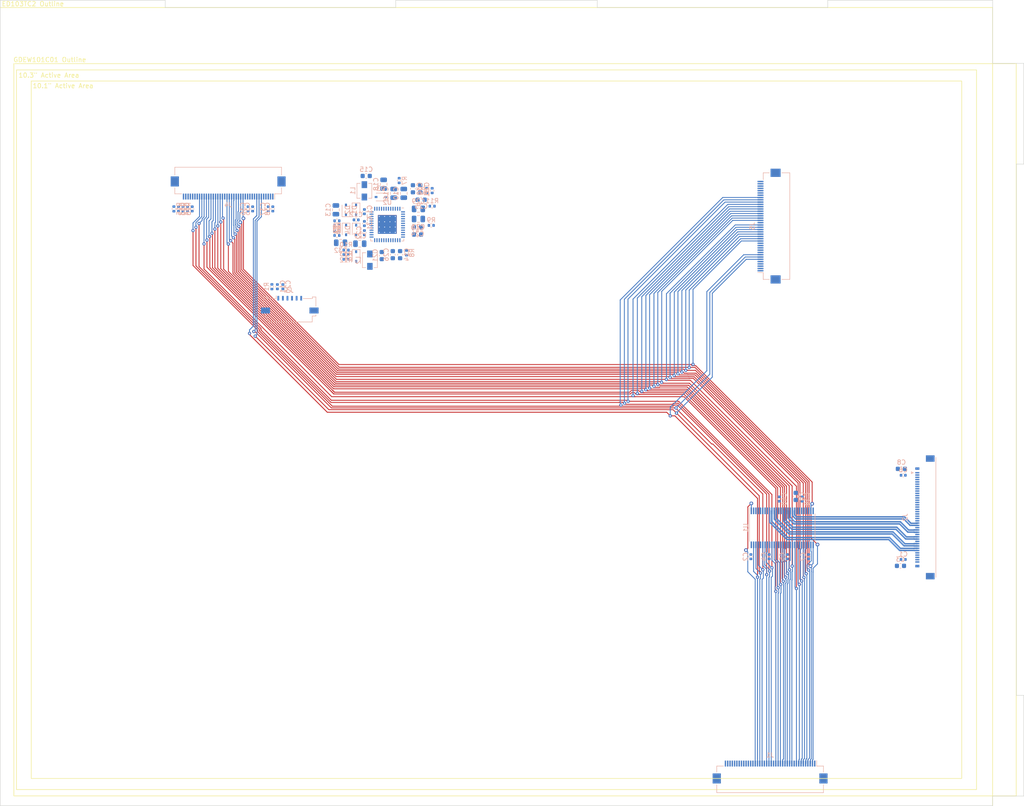
<source format=kicad_pcb>
(kicad_pcb (version 20210424) (generator pcbnew)
  (layers (0 "F.Cu" signal) (31 "B.Cu" signal) (34 "B.Paste" user) (35 "F.Paste" user) (36 "B.SilkS" user "B.Silkscreen") (37 "F.SilkS" user "F.Silkscreen") (38 "B.Mask" user) (39 "F.Mask" user) (44 "Edge.Cuts" user))
  (net 0 "")
  (net 1 "+5V")
  (net 2 "GND")
  (net 3 "+3V3")
  (net 4 "VPOS")
  (net 5 "/EPD_TP_RST")
  (net 6 "Net-(C12-Pad2)")
  (net 7 "VGH")
  (net 8 "VCOM")
  (net 9 "Net-(C16-Pad2)")
  (net 10 "Net-(C17-Pad1)")
  (net 11 "Net-(C17-Pad2)")
  (net 12 "Net-(C22-Pad1)")
  (net 13 "Net-(C22-Pad2)")
  (net 14 "Net-(C23-Pad1)")
  (net 15 "Net-(C24-Pad1)")
  (net 16 "Net-(C25-Pad1)")
  (net 17 "+3V3_LCD")
  (net 18 "VNEG")
  (net 19 "Net-(C31-Pad1)")
  (net 20 "VGL")
  (net 21 "Net-(D3-Pad2)")
  (net 22 "/EPDC_D0")
  (net 23 "/EPDC_D1")
  (net 24 "/EPDC_D2")
  (net 25 "/EPDC_D3")
  (net 26 "/EPDC_D4")
  (net 27 "/EPDC_D5")
  (net 28 "/EPDC_D6")
  (net 29 "/EPDC_D7")
  (net 30 "/EPDC_D8")
  (net 31 "/EPDC_D9")
  (net 32 "/EPDC_D10")
  (net 33 "/EPDC_D11")
  (net 34 "/EPDC_D12")
  (net 35 "/EPDC_D13")
  (net 36 "/EPDC_D14")
  (net 37 "/EPDC_D15")
  (net 38 "/EPDC_SDCE0")
  (net 39 "/EPDC_SDLE")
  (net 40 "/EPDC_SDOE")
  (net 41 "/EPDC_GDCLK")
  (net 42 "/EPDC_GDOE")
  (net 43 "/EPDC_GDSP")
  (net 44 "/EPDC_BDR0")
  (net 45 "/EPDC_SDCLK")
  (net 46 "/EPD_PWR_EN")
  (net 47 "/EPD_PWROK")
  (net 48 "/EPD_TP_INT")
  (net 49 "/I2C_SCL")
  (net 50 "/I2C_SDA")
  (net 51 "/LVDS_D3P")
  (net 52 "/LVDS_D3N")
  (net 53 "/LVDS_CKP")
  (net 54 "/LVDS_CKN")
  (net 55 "/LVDS_D2P")
  (net 56 "/LVDS_D2N")
  (net 57 "/LVDS_D1P")
  (net 58 "/LVDS_D1N")
  (net 59 "/LVDS_D0P")
  (net 60 "/LVDS_D0N")
  (net 61 "/BORDER")
  (net 62 "Net-(L2-Pad1)")
  (net 63 "Net-(R3-Pad2)")
  (net 64 "Net-(R5-Pad2)")
  (net 65 "Net-(R6-Pad2)")
  (net 66 "Net-(R7-Pad2)")
  (net 67 "Net-(R8-Pad2)")
  (net 68 "Net-(R9-Pad2)")
  (net 69 "Net-(R10-Pad1)")
  (net 70 "Net-(R11-Pad1)")
  (net 71 "Net-(R12-Pad2)")
  (footprint "footprints:Hirose_FH12-40S-0.5SH_1x40-1MP_P0.50mm_Horizontal_Reversed" (layer "B.Cu") (at 152.65 100.8)
    (fp_text reference "J4")
    (fp_text value "0.5mm")
  )
  (footprint "Capacitor_SMD:C_0402_1005Metric" (layer "B.Cu") (at 300.07 163.6 180)
    (fp_text reference "C6")
    (fp_text value "100nF")
  )
  (footprint "Resistor_SMD:R_0402_1005Metric" (layer "B.Cu") (at 178.4 115.4)
    (fp_text reference "R12")
    (fp_text value "1M/1%")
  )
  (footprint "Resistor_SMD:R_0402_1005Metric" (layer "B.Cu") (at 141.8 105.4 90)
    (fp_text reference "R14")
    (fp_text value "NC")
  )
  (footprint "footprints:Hirose_FH12-40S-0.5SH_1x40-1MP_P0.50mm_Horizontal_Reversed" (layer "B.Cu") (at 270.8 109.16 -90)
    (fp_text reference "J5")
    (fp_text value "0.5mm")
  )
  (footprint "Capacitor_SMD:C_0402_1005Metric" (layer "B.Cu") (at 161.4 105.4 -90)
    (fp_text reference "C37")
    (fp_text value "220nF")
  )
  (footprint "Capacitor_SMD:C_0402_1005Metric" (layer "B.Cu") (at 157 105.4 -90)
    (fp_text reference "C36")
    (fp_text value "220nF")
  )
  (footprint "Resistor_SMD:R_0402_1005Metric" (layer "B.Cu") (at 142.8 105.4 90)
    (fp_text reference "R16")
    (fp_text value "0R")
  )
  (footprint "Capacitor_SMD:C_0603_1608Metric" (layer "B.Cu") (at 190.2 115.4 90)
    (fp_text reference "C14")
    (fp_text value "4.7uF")
  )
  (footprint "Capacitor_SMD:C_0402_1005Metric" (layer "B.Cu") (at 274.8 181.4 -90)
    (fp_text reference "C5")
    (fp_text value "220nF")
  )
  (footprint "Capacitor_SMD:C_0603_1608Metric" (layer "B.Cu") (at 194.8 103.4)
    (fp_text reference "C25")
    (fp_text value "4.7uF")
  )
  (footprint "Capacitor_SMD:C_0603_1608Metric" (layer "B.Cu") (at 186.2 115.6 -90)
    (fp_text reference "C21")
    (fp_text value "10uF")
  )
  (footprint "Capacitor_SMD:C_0402_1005Metric" (layer "B.Cu") (at 279.4 181.4 -90)
    (fp_text reference "C7")
    (fp_text value "220nF")
  )
  (footprint "Capacitor_SMD:C_0603_1608Metric" (layer "B.Cu") (at 188.6 115.4 -90)
    (fp_text reference "C26")
    (fp_text value "4.7uF")
  )
  (footprint "Capacitor_SMD:C_0402_1005Metric" (layer "B.Cu") (at 158 105.4 -90)
    (fp_text reference "C35")
    (fp_text value "220nF")
  )
  (footprint "Resistor_SMD:R_0402_1005Metric" (layer "B.Cu") (at 176.4 111.2 180)
    (fp_text reference "R2")
    (fp_text value "100K")
  )
  (footprint "Capacitor_SMD:C_0402_1005Metric" (layer "B.Cu") (at 164.6 122.4 90)
    (fp_text reference "C20")
    (fp_text value "220nF")
  )
  (footprint "Capacitor_SMD:C_0603_1608Metric" (layer "B.Cu") (at 194 109.4)
    (fp_text reference "C24")
    (fp_text value "4.7uF")
  )
  (footprint "Capacitor_SMD:C_0805_2012Metric" (layer "B.Cu") (at 194.2 107.6)
    (fp_text reference "C23")
    (fp_text value "4.7uF/25V")
  )
  (footprint "Capacitor_SMD:C_0603_1608Metric" (layer "B.Cu") (at 276.6 168.225 90)
    (fp_text reference "C9")
    (fp_text value "22uF")
  )
  (footprint "Resistor_SMD:R_0402_1005Metric" (layer "B.Cu") (at 176.4 109)
    (fp_text reference "R3")
    (fp_text value "976K/1%")
  )
  (footprint "Capacitor_SMD:C_0603_1608Metric" (layer "B.Cu") (at 299.67 162.2 180)
    (fp_text reference "C8")
    (fp_text value "10uF/6.3V")
  )
  (footprint "Capacitor_SMD:C_0805_2012Metric" (layer "B.Cu") (at 176.175 105.6 -90)
    (fp_text reference "C13")
    (fp_text value "4.7uF/25V")
  )
  (footprint "footprints:QFN-48-1EP_7x7mm_P0.5mm_EP4.1x4.1mm_ThermalVias" (layer "B.Cu") (at 187.4 108.8 180)
    (fp_text reference "U2")
    (fp_text value "TPS65185")
  )
  (footprint "Capacitor_SMD:C_0805_2012Metric" (layer "B.Cu") (at 188.8 102 -90)
    (fp_text reference "C16")
    (fp_text value "4.7uF/25V")
  )
  (footprint "Capacitor_SMD:C_0805_2012Metric" (layer "B.Cu") (at 186.6 100 -90)
    (fp_text reference "C18")
    (fp_text value "4.7uF/25V")
  )
  (footprint "Inductor_SMD:L_Vishay_IHLP-1212" (layer "B.Cu") (at 182.4 101.45 -90)
    (fp_text reference "L1")
    (fp_text value "2.2uH")
  )
  (footprint "Resistor_SMD:R_0402_1005Metric" (layer "B.Cu") (at 197.2 104.8 180)
    (fp_text reference "R11")
    (fp_text value "NC")
  )
  (footprint "Resistor_SMD:R_0402_1005Metric" (layer "B.Cu") (at 140.8 105.4 90)
    (fp_text reference "R15")
    (fp_text value "NC")
  )
  (footprint "Diode_SMD:D_SOD-323" (layer "B.Cu") (at 180.6 110 -90)
    (fp_text reference "D4")
    (fp_text value "B0530WS")
  )
  (footprint "Diode_SMD:D_SOD-323" (layer "B.Cu") (at 180.6 115.8 -90)
    (fp_text reference "D5")
    (fp_text value "B0530WS")
  )
  (footprint "Capacitor_SMD:C_0805_2012Metric" (layer "B.Cu") (at 181.4 113 180)
    (fp_text reference "C27")
    (fp_text value "4.7uF/25V")
  )
  (footprint "Inductor_SMD:L_Vishay_IHLP-1212" (layer "B.Cu") (at 183.6 116.6 -90)
    (fp_text reference "L2")
    (fp_text value "2.2uH")
  )
  (footprint "Resistor_SMD:R_0402_1005Metric" (layer "B.Cu") (at 190 99.2 90)
    (fp_text reference "R7")
    (fp_text value "NC")
  )
  (footprint "footprints:TE_5-2069716-3_1x40-1MP_P0.5mm_Horizontal" (layer "B.Cu") (at 303.6 172.8 -90)
    (fp_text reference "J2")
    (fp_text value "I-PEX" hide)
  )
  (footprint "Diode_SMD:D_SOD-323" (layer "B.Cu") (at 178.4 110 -90)
    (fp_text reference "D6")
    (fp_text value "B0530WS")
  )
  (footprint "Capacitor_SMD:C_0402_1005Metric" (layer "B.Cu") (at 180.6 107.8 180)
    (fp_text reference "C12")
    (fp_text value "100nF")
  )
  (footprint "Capacitor_SMD:C_0805_2012Metric" (layer "B.Cu") (at 194.2 105.4 180)
    (fp_text reference "C29")
    (fp_text value "4.7uF/25V")
  )
  (footprint "Capacitor_SMD:C_0402_1005Metric" (layer "B.Cu") (at 273 168.8 90)
    (fp_text reference "C40")
    (fp_text value "220nF")
  )
  (footprint "Capacitor_SMD:C_0402_1005Metric" (layer "B.Cu") (at 278 168.8 90)
    (fp_text reference "C39")
    (fp_text value "220nF")
  )
  (footprint "footprints:Molex_200528-0060_1x06-1MP_P1.00mm_Horizontal_Reversed" (layer "B.Cu") (at 166.1 125.81 180)
    (fp_text reference "J3")
    (fp_text value "1mm")
  )
  (footprint "Capacitor_SMD:C_0402_1005Metric" (layer "B.Cu") (at 300.07 182 180)
    (fp_text reference "C1")
    (fp_text value "100nF")
  )
  (footprint "Resistor_SMD:R_0402_1005Metric" (layer "B.Cu") (at 176.4 110.2 180)
    (fp_text reference "R4")
    (fp_text value "36K/1%")
  )
  (footprint "Capacitor_SMD:C_0603_1608Metric" (layer "B.Cu") (at 193 101 90)
    (fp_text reference "C30")
    (fp_text value "4.7uF")
  )
  (footprint "Capacitor_SMD:C_0603_1608Metric" (layer "B.Cu") (at 194.6 101 90)
    (fp_text reference "C28")
    (fp_text value "4.7uF")
  )
  (footprint "Capacitor_SMD:C_0402_1005Metric" (layer "B.Cu") (at 182.4 106 90)
    (fp_text reference "C17")
    (fp_text value "10nF")
  )
  (footprint "Resistor_SMD:R_0402_1005Metric" (layer "B.Cu") (at 197.2 101.4 -90)
    (fp_text reference "TH1")
    (fp_text value "10K")
  )
  (footprint "Package_SO:TSSOP-56_6.1x14mm_P0.5mm" (layer "B.Cu") (at 273.65 175.0875 -90)
    (fp_text reference "U1")
    (fp_text value "DS90CR286")
  )
  (footprint "Resistor_SMD:R_0402_1005Metric" (layer "B.Cu") (at 178.4 116.4 180)
    (fp_text reference "R13")
    (fp_text value "52.3K/1%")
  )
  (footprint "Capacitor_SMD:C_0402_1005Metric" (layer "B.Cu") (at 162.4 105.4 -90)
    (fp_text reference "C38")
    (fp_text value "220nF")
  )
  (footprint "Capacitor_SMD:C_0805_2012Metric" (layer "B.Cu") (at 191 102 -90)
    (fp_text reference "C10")
    (fp_text value "4.7uF/25V")
  )
  (footprint "Resistor_SMD:R_0402_1005Metric" (layer "B.Cu") (at 178.4 114.4 180)
    (fp_text reference "R10")
    (fp_text value "NC")
  )
  (footprint "Capacitor_SMD:C_0402_1005Metric" (layer "B.Cu") (at 163.4 122.4 90)
    (fp_text reference "C11")
    (fp_text value "220nF")
  )
  (footprint "Connector_FFC-FPC:Hirose_FH12-40S-0.5SH_1x40-1MP_P0.50mm_Horizontal" (layer "B.Cu") (at 271 228.45 180)
    (fp_text reference "J1")
    (fp_text value "0.5mm")
  )
  (footprint "Resistor_SMD:R_0402_1005Metric" (layer "B.Cu") (at 162.2 122.4 -90)
    (fp_text reference "R1")
    (fp_text value "10K")
  )
  (footprint "Capacitor_SMD:C_0402_1005Metric" (layer "B.Cu") (at 144.8 105.4 -90)
    (fp_text reference "C34")
    (fp_text value "220nF")
  )
  (footprint "Capacitor_SMD:C_0603_1608Metric" (layer "B.Cu") (at 299.47 183.4 180)
    (fp_text reference "C3")
    (fp_text value "10uF/6.3V")
  )
  (footprint "Diode_SMD:D_SOD-323" (layer "B.Cu") (at 180.575 105.6 -90)
    (fp_text reference "D2")
    (fp_text value "B0530WS")
  )
  (footprint "Capacitor_SMD:C_0402_1005Metric" (layer "B.Cu") (at 143.8 105.4 -90)
    (fp_text reference "C33")
    (fp_text value "220nF")
  )
  (footprint "Resistor_SMD:R_0402_1005Metric" (layer "B.Cu") (at 197 109 180)
    (fp_text reference "R9")
    (fp_text value "100K")
  )
  (footprint "Capacitor_SMD:C_0402_1005Metric" (layer "B.Cu") (at 270.8 181.4 -90)
    (fp_text reference "C4")
    (fp_text value "220nF")
  )
  (footprint "Diode_SMD:D_SOD-323" (layer "B.Cu") (at 186 102.8 180)
    (fp_text reference "D3")
    (fp_text value "B0530WS")
  )
  (footprint "Capacitor_SMD:C_0603_1608Metric" (layer "B.Cu") (at 194 111 180)
    (fp_text reference "C19")
    (fp_text value "4.7uF")
  )
  (footprint "Capacitor_SMD:C_0402_1005Metric" (layer "B.Cu") (at 182.4 110.6 -90)
    (fp_text reference "C22")
    (fp_text value "10nF")
  )
  (footprint "Resistor_SMD:R_0402_1005Metric" (layer "B.Cu") (at 176.4 108)
    (fp_text reference "R6")
    (fp_text value "NC")
  )
  (footprint "Capacitor_SMD:C_0805_2012Metric" (layer "B.Cu") (at 177.2 112.8)
    (fp_text reference "C32")
    (fp_text value "4.7uF/25V")
  )
  (footprint "Capacitor_SMD:C_0402_1005Metric" (layer "B.Cu") (at 266.8 181.4 -90)
    (fp_text reference "C2")
    (fp_text value "220nF")
  )
  (footprint "Resistor_SMD:R_0402_1005Metric" (layer "B.Cu") (at 191.6 115 90)
    (fp_text reference "R8")
    (fp_text value "NC")
  )
  (footprint "Capacitor_SMD:C_0603_1608Metric" (layer "B.Cu") (at 182.8 98.2 180)
    (fp_text reference "C15")
    (fp_text value "10uF")
  )
  (footprint "Diode_SMD:D_SOD-323" (layer "B.Cu") (at 178.375 105.6 90)
    (fp_text reference "D1")
    (fp_text value "B0530WS")
  )
  (footprint "Capacitor_SMD:C_0402_1005Metric" (layer "B.Cu") (at 182.4 108.6 90)
    (fp_text reference "C31")
    (fp_text value "100nF")
  )
  (footprint "Resistor_SMD:R_0402_1005Metric" (layer "B.Cu") (at 196 101.4 -90)
    (fp_text reference "R5")
    (fp_text value "43K")
  )
  (gr_line (start 319.6 61.4) (end 319.6 235.8) (layer "F.SilkS") (width 0.15))
  (gr_rect (start 106.42 75.03) (end 316.08 232.28) (layer "F.SilkS") (width 0.15) (fill none))
  (gr_rect (start 109.65 77.46) (end 312.85 229.86) (layer "F.SilkS") (width 0.15) (fill none))
  (gr_rect (start 105.85 73.66) (end 324.75 233.66) (layer "F.SilkS") (width 0.15) (fill none))
  (gr_line (start 102.9 61.4) (end 319.6 61.4) (layer "F.SilkS") (width 0.15))
  (gr_line (start 102.9 59.8) (end 102.9 235.8) (layer "Edge.Cuts") (width 0.1))
  (gr_line (start 326.4 73.6) (end 326.4 95.6) (layer "Edge.Cuts") (width 0.1))
  (gr_line (start 319.6 59.8) (end 283.6 59.8) (layer "Edge.Cuts") (width 0.1))
  (gr_line (start 138.9 59.8) (end 102.9 59.8) (layer "Edge.Cuts") (width 0.1))
  (gr_line (start 283.6 59.8) (end 283.6 61.4) (layer "Edge.Cuts") (width 0.1))
  (gr_line (start 324.8 73.6) (end 326.4 73.6) (layer "Edge.Cuts") (width 0.1))
  (gr_line (start 319.6 233.7) (end 319.6 235.8) (layer "Edge.Cuts") (width 0.1))
  (gr_line (start 233.25 59.8) (end 233.25 61.4) (layer "Edge.Cuts") (width 0.1))
  (gr_line (start 102.9 235.8) (end 319.6 235.8) (layer "Edge.Cuts") (width 0.1))
  (gr_line (start 324.8 73.6) (end 319.6 73.6) (layer "Edge.Cuts") (width 0.1))
  (gr_line (start 189.25 61.4) (end 189.25 59.8) (layer "Edge.Cuts") (width 0.1))
  (gr_line (start 326.4 95.6) (end 324.8 95.6) (layer "Edge.Cuts") (width 0.1))
  (gr_line (start 283.6 61.4) (end 233.25 61.4) (layer "Edge.Cuts") (width 0.1))
  (gr_line (start 189.25 61.4) (end 138.9 61.4) (layer "Edge.Cuts") (width 0.1))
  (gr_line (start 319.6 59.8) (end 319.6 73.6) (layer "Edge.Cuts") (width 0.1))
  (gr_line (start 138.9 61.4) (end 138.9 59.8) (layer "Edge.Cuts") (width 0.1))
  (gr_line (start 189.25 59.8) (end 233.25 59.8) (layer "Edge.Cuts") (width 0.1))
  (gr_line (start 319.6 233.7) (end 324.8 233.7) (layer "Edge.Cuts") (width 0.1))
  (gr_line (start 326.4 211.7) (end 326.4 233.7) (layer "Edge.Cuts") (width 0.1))
  (gr_line (start 326.4 233.7) (end 324.8 233.7) (layer "Edge.Cuts") (width 0.1))
  (gr_line (start 324.8 211.7) (end 326.4 211.7) (layer "Edge.Cuts") (width 0.1))
  (gr_line (start 324.8 211.7) (end 324.8 95.6) (layer "Edge.Cuts") (width 0.1))
  (gr_text "10.1{dblquote} Active Area" (at 116.6 78.5) (layer "F.SilkS") (effects (font (size 1 1))))
  (gr_text "10.3{dblquote} Active Area" (at 113.5 76.2) (layer "F.SilkS") (effects (font (size 1 1))))
  (gr_text "ED103TC2 Outline" (at 110 60.6) (layer "F.SilkS") (effects (font (size 1 1))))
  (gr_text "GDEW101C01 Outline" (at 113.7 72.8) (layer "F.SilkS") (effects (font (size 1 1))))
  (segment (start 254.74152 139.643423) (end 253.976577 139.643423) (width 0.19) (layer "F.Cu") (net 22))
  (segment (start 281.35 178.74) (end 279.92 177.31) (width 0.19) (layer "F.Cu") (net 22))
  (segment (start 176.83 139.41) (end 155.984811 118.564811) (width 0.19) (layer "F.Cu") (net 22))
  (segment (start 280.193522 169.832303) (end 280.193522 165.095425) (width 0.19) (layer "F.Cu") (net 22))
  (segment (start 280.193522 165.095425) (end 254.74152 139.643423) (width 0.19) (layer "F.Cu") (net 22))
  (segment (start 253.743154 139.41) (end 176.83 139.41) (width 0.19) (layer "F.Cu") (net 22))
  (segment (start 155.984811 118.564811) (end 155.984811 107.461709) (width 0.19) (layer "F.Cu") (net 22))
  (segment (start 279.92 177.31) (end 279.92 170.105825) (width 0.19) (layer "F.Cu") (net 22))
  (segment (start 253.976577 139.643423) (end 254.17 139.45) (width 0.19) (layer "F.Cu") (net 22))
  (segment (start 254.17 139.45) (end 254.17 139.372793) (width 0.19) (layer "F.Cu") (net 22))
  (segment (start 253.976577 139.643423) (end 253.743154 139.41) (width 0.19) (layer "F.Cu") (net 22))
  (segment (start 279.92 170.105825) (end 280.193522 169.832303) (width 0.19) (layer "F.Cu") (net 22))
  (via (at 281.35 178.74) (size 0.8) (drill 0.4) (layers "F.Cu" "B.Cu") (net 22))
  (via (at 155.984811 107.461709) (size 0.8) (drill 0.4) (layers "F.Cu" "B.Cu") (net 22))
  (via (at 254.17 139.372793) (size 0.7) (drill 0.3) (layers "F.Cu" "B.Cu") (net 22))
  (via (at 280.193522 169.832303) (size 0.8) (drill 0.4) (layers "F.Cu" "B.Cu") (net 22))
  (segment (start 279.9 170.125825) (end 280.193522 169.832303) (width 0.19) (layer "B.Cu") (net 22))
  (segment (start 155.9 107.376898) (end 155.984811 107.461709) (width 0.19) (layer "B.Cu") (net 22))
  (segment (start 280.379022 225.704396) (end 280.379022 184.788411) (width 0.19) (layer "B.Cu") (net 22))
  (segment (start 254.17 122.97) (end 264.73 112.41) (width 0.19) (layer "B.Cu") (net 22))
  (segment (start 280.25 225.833417) (end 280.379022 225.704396) (width 0.19) (layer "B.Cu") (net 22))
  (segment (start 281.35 182.963062) (end 281.35 178.74) (width 0.19) (layer "B.Cu") (net 22))
  (segment (start 155.9 102.7) (end 155.9 107.376898) (width 0.19) (layer "B.Cu") (net 22))
  (segment (start 280.25 226.6) (end 280.25 225.833417) (width 0.19) (layer "B.Cu") (net 22))
  (segment (start 254.17 139.372793) (end 254.17 122.97) (width 0.19) (layer "B.Cu") (net 22))
  (segment (start 280.398512 184.768921) (end 280.398512 183.91455) (width 0.19) (layer "B.Cu") (net 22))
  (segment (start 279.9 171.375) (end 279.9 170.125825) (width 0.19) (layer "B.Cu") (net 22))
  (segment (start 280.398512 183.91455) (end 281.35 182.963062) (width 0.19) (layer "B.Cu") (net 22))
  (segment (start 280.379022 184.788411) (end 280.398512 184.768921) (width 0.19) (layer "B.Cu") (net 22))
  (segment (start 264.73 112.41) (end 268.9 112.41) (width 0.19) (layer "B.Cu") (net 22))
  (segment (start 253.313933 140.015499) (end 253.342934 140.0445) (width 0.19) (layer "F.Cu") (net 23))
  (segment (start 155.6053 108.634609) (end 155.6053 118.72201) (width 0.19) (layer "F.Cu") (net 23))
  (segment (start 155.6053 118.72201) (end 176.898789 140.015499) (width 0.19) (layer "F.Cu") (net 23))
  (segment (start 279.509022 164.947633) (end 254.605889 140.0445) (width 0.19) (layer "F.Cu") (net 23))
  (segment (start 253.3645 140.022934) (end 253.342934 140.0445) (width 0.19) (layer "F.Cu") (net 23))
  (segment (start 254.605889 140.0445) (end 253.342934 140.0445) (width 0.19) (layer "F.Cu") (net 23))
  (segment (start 279.814011 183.464357) (end 279.509022 183.159368) (width 0.19) (layer "F.Cu") (net 23))
  (segment (start 279.509022 183.159368) (end 279.509022 164.947633) (width 0.19) (layer "F.Cu") (net 23))
  (segment (start 176.898789 140.015499) (end 253.313933 140.015499) (width 0.19) (layer "F.Cu") (net 23))
  (segment (start 155.300311 108.32962) (end 155.6053 108.634609) (width 0.19) (layer "F.Cu") (net 23))
  (segment (start 253.577066 140.022934) (end 253.3645 140.022934) (width 0.19) (layer "F.Cu") (net 23))
  (via (at 279.814011 183.464357) (size 0.8) (drill 0.4) (layers "F.Cu" "B.Cu") (net 23))
  (via (at 253.342934 140.0445) (size 0.7) (drill 0.3) (layers "F.Cu" "B.Cu") (net 23))
  (via (at 155.300311 108.32962) (size 0.8) (drill 0.4) (layers "F.Cu" "B.Cu") (net 23))
  (segment (start 279.999511 225.547198) (end 279.999511 184.631213) (width 0.19) (layer "B.Cu") (net 23))
  (segment (start 253.342934 123.137066) (end 253.342934 140.0445) (width 0.19) (layer "B.Cu") (net 23))
  (segment (start 264.57 111.91) (end 253.342934 123.137066) (width 0.19) (layer "B.Cu") (net 23))
  (segment (start 279.75 226.6) (end 279.808963 226.541037) (width 0.19) (layer "B.Cu") (net 23))
  (segment (start 155.4 106) (end 155.2 106.2) (width 0.19) (layer "B.Cu") (net 23))
  (segment (start 155.4 102.7) (end 155.4 106) (width 0.19) (layer "B.Cu") (net 23))
  (segment (start 280.4 178.8) (end 280.4 182.878368) (width 0.19) (layer "B.Cu") (net 23))
  (segment (start 280.019001 183.669347) (end 279.814011 183.464357) (width 0.19) (layer "B.Cu") (net 23))
  (segment (start 279.999511 184.631213) (end 280.019001 184.611723) (width 0.19) (layer "B.Cu") (net 23))
  (segment (start 279.808963 226.541037) (end 279.808963 225.737747) (width 0.19) (layer "B.Cu") (net 23))
  (segment (start 280.4 182.878368) (end 279.814011 183.464357) (width 0.19) (layer "B.Cu") (net 23))
  (segment (start 268.9 111.91) (end 264.57 111.91) (width 0.19) (layer "B.Cu") (net 23))
  (segment (start 155.2 106.2) (end 155.2 108.229309) (width 0.19) (layer "B.Cu") (net 23))
  (segment (start 155.2 108.229309) (end 155.300311 108.32962) (width 0.19) (layer "B.Cu") (net 23))
  (segment (start 279.808963 225.737747) (end 279.999511 225.547198) (width 0.19) (layer "B.Cu") (net 23))
  (segment (start 280.019001 184.611723) (end 280.019001 183.669347) (width 0.19) (layer "B.Cu") (net 23))
  (segment (start 254.70368 140.679001) (end 253.038373 140.679001) (width 0.19) (layer "F.Cu") (net 24))
  (segment (start 279.129511 184.052173) (end 279.129511 165.104832) (width 0.19) (layer "F.Cu") (net 24))
  (segment (start 252.362505 140.657435) (end 252.107515 140.402445) (width 0.19) (layer "F.Cu") (net 24))
  (segment (start 279.129511 165.104832) (end 254.70368 140.679001) (width 0.19) (layer "F.Cu") (net 24))
  (segment (start 279.3845 184.307162) (end 279.129511 184.052173) (width 0.19) (layer "F.Cu") (net 24))
  (segment (start 155.225789 118.899207) (end 155.225789 109.364744) (width 0.19) (layer "F.Cu") (net 24))
  (segment (start 253.038373 140.679001) (end 253.016807 140.657435) (width 0.19) (layer "F.Cu") (net 24))
  (segment (start 155.095806 109.234761) (end 154.9708 109.234761) (width 0.19) (layer "F.Cu") (net 24))
  (segment (start 155.225789 109.364744) (end 155.095806 109.234761) (width 0.19) (layer "F.Cu") (net 24))
  (segment (start 253.016807 140.657435) (end 252.592565 140.657435) (width 0.19) (layer "F.Cu") (net 24))
  (segment (start 176.729025 140.402444) (end 155.225789 118.899207) (width 0.19) (layer "F.Cu") (net 24))
  (segment (start 252.107515 140.402445) (end 176.729025 140.402444) (width 0.19) (layer "F.Cu") (net 24))
  (segment (start 252.592565 140.657435) (end 252.58 140.67) (width 0.19) (layer "F.Cu") (net 24))
  (via (at 252.58 140.67) (size 0.7) (drill 0.3) (layers "F.Cu" "B.Cu") (net 24))
  (via (at 154.9708 109.234761) (size 0.7) (drill 0.3) (layers "F.Cu" "B.Cu") (net 24))
  (via (at 279.3845 184.307162) (size 0.7) (drill 0.3) (layers "F.Cu" "B.Cu") (net 24))
  (segment (start 154.61581 108.658181) (end 154.8 108.842371) (width 0.19) (layer "B.Cu") (net 24))
  (segment (start 279.9 178.8) (end 279.9 180.2) (width 0.19) (layer "B.Cu") (net 24))
  (segment (start 252.58 123.15) (end 264.32 111.41) (width 0.19) (layer "B.Cu") (net 24))
  (segment (start 279.278023 225.805394) (end 279.278023 225.731977) (width 0.19) (layer "B.Cu") (net 24))
  (segment (start 154.9 102.7) (end 154.9 105.9) (width 0.19) (layer "B.Cu") (net 24))
  (segment (start 279.3845 184.197562) (end 279.3845 184.307162) (width 0.19) (layer "B.Cu") (net 24))
  (segment (start 279.278023 225.731977) (end 279.62 225.39) (width 0.19) (layer "B.Cu") (net 24))
  (segment (start 154.61581 108.001059) (end 154.61581 108.658181) (width 0.19) (layer "B.Cu") (net 24))
  (segment (start 154.9 105.9) (end 154.8 106) (width 0.19) (layer "B.Cu") (net 24))
  (segment (start 279.25 184.25) (end 279.307162 184.307162) (width 0.19) (layer "B.Cu") (net 24))
  (segment (start 279.99452 180.29452) (end 279.99452 182.292418) (width 0.19) (layer "B.Cu") (net 24))
  (segment (start 279.065499 183.878561) (end 279.3845 184.197562) (width 0.19) (layer "B.Cu") (net 24))
  (segment (start 279.307162 184.307162) (end 279.3845 184.307162) (width 0.19) (layer "B.Cu") (net 24))
  (segment (start 252.58 140.67) (end 252.58 123.15) (width 0.19) (layer "B.Cu") (net 24))
  (segment (start 154.8 106) (end 154.8 107.816869) (width 0.19) (layer "B.Cu") (net 24))
  (segment (start 279.9 180.2) (end 279.99452 180.29452) (width 0.19) (layer "B.Cu") (net 24))
  (segment (start 279.62 184.542662) (end 279.3845 184.307162) (width 0.19) (layer "B.Cu") (net 24))
  (segment (start 279.99452 182.292418) (end 279.065499 183.221439) (width 0.19) (layer "B.Cu") (net 24))
  (segment (start 154.8 107.816869) (end 154.61581 108.001059) (width 0.19) (layer "B.Cu") (net 24))
  (segment (start 154.8 108.842371) (end 154.8 109.063961) (width 0.19) (layer "B.Cu") (net 24))
  (segment (start 279.25 226.6) (end 279.25 225.833417) (width 0.19) (layer "B.Cu") (net 24))
  (segment (start 279.065499 183.221439) (end 279.065499 183.878561) (width 0.19) (layer "B.Cu") (net 24))
  (segment (start 264.32 111.41) (end 268.9 111.41) (width 0.19) (layer "B.Cu") (net 24))
  (segment (start 279.62 225.39) (end 279.62 184.542662) (width 0.19) (layer "B.Cu") (net 24))
  (segment (start 154.8 109.063961) (end 154.9708 109.234761) (width 0.19) (layer "B.Cu") (net 24))
  (segment (start 279.25 225.833417) (end 279.278023 225.805394) (width 0.19) (layer "B.Cu") (net 24))
  (segment (start 176.571826 140.781955) (end 154.846278 119.056405) (width 0.19) (layer "F.Cu") (net 25))
  (segment (start 251.808024 140.961976) (end 251.73 141.04) (width 0.19) (layer "F.Cu") (net 25))
  (segment (start 154.846278 110.293542) (end 154.668199 110.115463) (width 0.19) (layer "F.Cu") (net 25))
  (segment (start 278.75 165.262031) (end 254.779905 141.291936) (width 0.19) (layer "F.Cu") (net 25))
  (segment (start 252.250549 141.304501) (end 251.908024 140.961976) (width 0.19) (layer "F.Cu") (net 25))
  (segment (start 254.779905 141.291936) (end 252.897126 141.291936) (width 0.19) (layer "F.Cu") (net 25))
  (segment (start 251.908024 140.961976) (end 251.808024 140.961976) (width 0.19) (layer "F.Cu") (net 25))
  (segment (start 154.668199 110.115463) (end 154.591289 110.115463) (width 0.19) (layer "F.Cu") (net 25))
  (segment (start 252.897126 141.291936) (end 252.884561 141.304501) (width 0.19) (layer "F.Cu") (net 25))
  (segment (start 251.728004 140.781956) (end 176.571826 140.781955) (width 0.19) (layer "F.Cu") (net 25))
  (segment (start 251.908024 140.961976) (end 251.728004 140.781956) (width 0.19) (layer "F.Cu") (net 25))
  (segment (start 154.846278 119.056405) (end 154.846278 110.293542) (width 0.19) (layer "F.Cu") (net 25))
  (segment (start 252.884561 141.304501) (end 252.250549 141.304501) (width 0.19) (layer "F.Cu") (net 25))
  (segment (start 278.75 184.981292) (end 278.75 165.262031) (width 0.19) (layer "F.Cu") (net 25))
  (segment (start 278.8845 185.115792) (end 278.75 184.981292) (width 0.19) (layer "F.Cu") (net 25))
  (via (at 154.591289 110.115463) (size 0.7) (drill 0.3) (layers "F.Cu" "B.Cu") (net 25))
  (via (at 278.8845 185.115792) (size 0.7) (drill 0.3) (layers "F.Cu" "B.Cu") (net 25))
  (via (at 251.73 141.04) (size 0.7) (drill 0.3) (layers "F.Cu" "B.Cu") (net 25))
  (segment (start 278.9 179.58972) (end 278.629511 179.860209) (width 0.19) (layer "B.Cu") (net 25))
  (segment (start 154.4 102.7) (end 154.4 107.680159) (width 0.19) (layer "B.Cu") (net 25))
  (segment (start 264.07 110.91) (end 268.9 110.91) (width 0.19) (layer "B.Cu") (net 25))
  (segment (start 154.236299 107.843861) (end 154.236299 108.81538) (width 0.19) (layer "B.Cu") (net 25))
  (segment (start 278.815489 225.731221) (end 278.898512 225.648197) (width 0.19) (layer "B.Cu") (net 25))
  (segment (start 154.343709 108.92279) (end 154.336299 108.9302) (width 0.19) (layer "B.Cu") (net 25))
  (segment (start 154.4 109.603023) (end 154.4 109.924174) (width 0.19) (layer "B.Cu") (net 25))
  (segment (start 278.629511 184.860803) (end 278.8845 185.115792) (width 0.19) (layer "B.Cu") (net 25))
  (segment (start 251.73 141.04) (end 251.73 123.25) (width 0.19) (layer "B.Cu") (net 25))
  (segment (start 154.336299 108.9302) (end 154.336299 109.539322) (width 0.19) (layer "B.Cu") (net 25))
  (segment (start 154.336299 109.539322) (end 154.4 109.603023) (width 0.19) (layer "B.Cu") (net 25))
  (segment (start 251.73 123.25) (end 264.07 110.91) (width 0.19) (layer "B.Cu") (net 25))
  (segment (start 279.019001 225.454277) (end 279.019001 185.250293) (width 0.19) (layer "B.Cu") (net 25))
  (segment (start 278.629511 179.860209) (end 278.629511 184.860803) (width 0.19) (layer "B.Cu") (net 25))
  (segment (start 278.815489 226.534511) (end 278.815489 225.731221) (width 0.19) (layer "B.Cu") (net 25))
  (segment (start 278.9 178.8) (end 278.9 179.58972) (width 0.19) (layer "B.Cu") (net 25))
  (segment (start 154.4 107.680159) (end 154.236299 107.843861) (width 0.19) (layer "B.Cu") (net 25))
  (segment (start 278.898512 225.574766) (end 279.019001 225.454277) (width 0.19) (layer "B.Cu") (net 25))
  (segment (start 278.898512 225.648197) (end 278.898512 225.574766) (width 0.19) (layer "B.Cu") (net 25))
  (segment (start 154.4 109.924174) (end 154.591289 110.115463) (width 0.19) (layer "B.Cu") (net 25))
  (segment (start 278.75 226.6) (end 278.815489 226.534511) (width 0.19) (layer "B.Cu") (net 25))
  (segment (start 279.019001 185.250293) (end 278.8845 185.115792) (width 0.19) (layer "B.Cu") (net 25))
  (segment (start 154.236299 108.81538) (end 154.343709 108.92279) (width 0.19) (layer "B.Cu") (net 25))
  (segment (start 254.622706 141.671447) (end 253.054325 141.671447) (width 0.19) (layer "F.Cu") (net 26))
  (segment (start 251.174012 141.684012) (end 250.91 141.42) (width 0.19) (layer "F.Cu") (net 26))
  (segment (start 253.054325 141.671447) (end 253.041759 141.684012) (width 0.19) (layer "F.Cu") (net 26))
  (segment (start 253.041759 141.684012) (end 251.174012 141.684012) (width 0.19) (layer "F.Cu") (net 26))
  (segment (start 154.466767 111.185735) (end 154.190676 110.909644) (width 0.19) (layer "F.Cu") (net 26))
  (segment (start 278.25 185.787263) (end 278.25 165.298741) (width 0.19) (layer "F.Cu") (net 26))
  (segment (start 278.25 165.298741) (end 254.622706 141.671447) (width 0.19) (layer "F.Cu") (net 26))
  (segment (start 176.418663 141.165499) (end 154.466767 119.213603) (width 0.19) (layer "F.Cu") (net 26))
  (segment (start 251.174012 141.684012) (end 250.655499 141.165499) (width 0.19) (layer "F.Cu") (net 26))
  (segment (start 250.91 141.42) (end 250.87 141.42) (width 0.19) (layer "F.Cu") (net 26))
  (segment (start 154.466767 119.213603) (end 154.466767 111.185735) (width 0.19) (layer "F.Cu") (net 26))
  (segment (start 278.3845 185.921763) (end 278.25 185.787263) (width 0.19) (layer "F.Cu") (net 26))
  (segment (start 250.655499 141.165499) (end 176.418663 141.165499) (width 0.19) (layer "F.Cu") (net 26))
  (via (at 250.87 141.42) (size 0.7) (drill 0.3) (layers "F.Cu" "B.Cu") (net 26))
  (via (at 278.3845 185.921763) (size 0.7) (drill 0.3) (layers "F.Cu" "B.Cu") (net 26))
  (via (at 154.190676 110.909644) (size 0.7) (drill 0.3) (layers "F.Cu" "B.Cu") (net 26))
  (segment (start 250.87 123.46) (end 263.92 110.41) (width 0.19) (layer "B.Cu") (net 26))
  (segment (start 263.92 110.41) (end 268.9 110.41) (width 0.19) (layer "B.Cu") (net 26))
  (segment (start 278.519001 186.056264) (end 278.3845 185.921763) (width 0.19) (layer "B.Cu") (net 26))
  (segment (start 278.25 226.6) (end 278.25 225.76) (width 0.19) (layer "B.Cu") (net 26))
  (segment (start 250.87 141.42) (end 250.87 123.46) (width 0.19) (layer "B.Cu") (net 26))
  (segment (start 153.9 103.54) (end 153.856788 103.583212) (width 0.19) (layer "B.Cu") (net 26))
  (segment (start 278.25 179.70301) (end 278.25 185.787263) (width 0.19) (layer "B.Cu") (net 26))
  (segment (start 153.9 109.015791) (end 153.9 110.618968) (width 0.19) (layer "B.Cu") (net 26))
  (segment (start 153.856788 108.972579) (end 153.9 109.015791) (width 0.19) (layer "B.Cu") (net 26))
  (segment (start 278.25 185.787263) (end 278.3845 185.921763) (width 0.19) (layer "B.Cu") (net 26))
  (segment (start 278.4 178.8) (end 278.4 179.55301) (width 0.19) (layer "B.Cu") (net 26))
  (segment (start 153.9 102.7) (end 153.9 103.54) (width 0.19) (layer "B.Cu") (net 26))
  (segment (start 153.856788 103.583212) (end 153.856788 108.972579) (width 0.19) (layer "B.Cu") (net 26))
  (segment (start 278.25 225.76) (end 278.519001 225.490999) (width 0.19) (layer "B.Cu") (net 26))
  (segment (start 278.4 179.55301) (end 278.25 179.70301) (width 0.19) (layer "B.Cu") (net 26))
  (segment (start 278.25 185.73) (end 278.25 185.787263) (width 0.19) (layer "B.Cu") (net 26))
  (segment (start 153.9 110.618968) (end 154.190676 110.909644) (width 0.19) (layer "B.Cu") (net 26))
  (segment (start 278.519001 225.490999) (end 278.519001 186.056264) (width 0.19) (layer "B.Cu") (net 26))
  (segment (start 277.8845 186.695736) (end 277.509022 186.320258) (width 0.19) (layer "F.Cu") (net 27))
  (segment (start 253.198957 142.063523) (end 250.306477 142.063523) (width 0.19) (layer "F.Cu") (net 27))
  (segment (start 250.303523 142.063523) (end 250.04 141.8) (width 0.19) (layer "F.Cu") (net 27))
  (segment (start 254.384376 142.050958) (end 253.211522 142.050958) (width 0.19) (layer "F.Cu") (net 27))
  (segment (start 250.306477 142.063523) (end 250.303523 142.063523) (width 0.19) (layer "F.Cu") (net 27))
  (segment (start 250.306477 142.063523) (end 249.798453 141.555499) (width 0.19) (layer "F.Cu") (net 27))
  (segment (start 253.211522 142.050958) (end 253.198957 142.063523) (width 0.19) (layer "F.Cu") (net 27))
  (segment (start 249.798453 141.555499) (end 176.271954 141.555499) (width 0.19) (layer "F.Cu") (net 27))
  (segment (start 154.087256 119.370801) (end 154.087256 111.997965) (width 0.19) (layer "F.Cu") (net 27))
  (segment (start 277.509022 165.175604) (end 254.384376 142.050958) (width 0.19) (layer "F.Cu") (net 27))
  (segment (start 277.509022 186.320258) (end 277.509022 165.175604) (width 0.19) (layer "F.Cu") (net 27))
  (segment (start 154.087256 111.997965) (end 153.796165 111.706874) (width 0.19) (layer "F.Cu") (net 27))
  (segment (start 176.271954 141.555499) (end 154.087256 119.370801) (width 0.19) (layer "F.Cu") (net 27))
  (via (at 277.8845 186.695736) (size 0.7) (drill 0.3) (layers "F.Cu" "B.Cu") (net 27))
  (via (at 153.796165 111.706874) (size 0.7) (drill 0.3) (layers "F.Cu" "B.Cu") (net 27))
  (via (at 250.04 141.8) (size 0.7) (drill 0.3) (layers "F.Cu" "B.Cu") (net 27))
  (segment (start 277.87048 225.602798) (end 278.019001 225.454277) (width 0.19) (layer "B.Cu") (net 27))
  (segment (start 278.019001 186.830237) (end 277.8845 186.695736) (width 0.19) (layer "B.Cu") (net 27))
  (segment (start 277.9 179.55301) (end 277.714031 179.738979) (width 0.19) (layer "B.Cu") (net 27))
  (segment (start 277.815489 226.534511) (end 277.815489 225.722391) (width 0.19) (layer "B.Cu") (net 27))
  (segment (start 277.615499 179.874221) (end 277.615499 186.426735) (width 0.19) (layer "B.Cu") (net 27))
  (segment (start 250.04 141.8) (end 250.08 141.76) (width 0.19) (layer "B.Cu") (net 27))
  (segment (start 277.615499 186.426735) (end 277.8845 186.695736) (width 0.19) (layer "B.Cu") (net 27))
  (segment (start 278.019001 225.454277) (end 278.019001 186.830237) (width 0.19) (layer "B.Cu") (net 27))
  (segment (start 277.75 186.51) (end 277.75 186.561236) (width 0.19) (layer "B.Cu") (net 27))
  (segment (start 277.714031 179.738979) (end 277.714031 179.775689) (width 0.19) (layer "B.Cu") (net 27))
  (segment (start 250.08 141.76) (end 250.08 123.55) (width 0.19) (layer "B.Cu") (net 27))
  (segment (start 153.4 102.7) (end 153.4 111.310709) (width 0.19) (layer "B.Cu") (net 27))
  (segment (start 277.75 186.561236) (end 277.8845 186.695736) (width 0.19) (layer "B.Cu") (net 27))
  (segment (start 277.9 178.8) (end 277.9 179.55301) (width 0.19) (layer "B.Cu") (net 27))
  (segment (start 250.08 123.55) (end 263.72 109.91) (width 0.19) (layer "B.Cu") (net 27))
  (segment (start 277.714031 179.775689) (end 277.615499 179.874221) (width 0.19) (layer "B.Cu") (net 27))
  (segment (start 277.815489 225.722391) (end 277.87048 225.6674) (width 0.19) (layer "B.Cu") (net 27))
  (segment (start 263.72 109.91) (end 268.9 109.91) (width 0.19) (layer "B.Cu") (net 27))
  (segment (start 277.87048 225.6674) (end 277.87048 225.602798) (width 0.19) (layer "B.Cu") (net 27))
  (segment (start 277.75 226.6) (end 277.815489 226.534511) (width 0.19) (layer "B.Cu") (net 27))
  (segment (start 153.4 111.310709) (end 153.796165 111.706874) (width 0.19) (layer "B.Cu") (net 27))
  (segment (start 153.707745 119.527999) (end 153.707745 112.876054) (width 0.19) (layer "F.Cu") (net 28))
  (segment (start 254.227177 142.430469) (end 253.368721 142.430469) (width 0.19) (layer "F.Cu") (net 28))
  (segment (start 277.129511 187.197173) (end 277.129511 165.332803) (width 0.19) (layer "F.Cu") (net 28))
  (segment (start 176.215245 142.035499) (end 153.707745 119.527999) (width 0.19) (layer "F.Cu") (net 28))
  (segment (start 253.356155 142.443034) (end 249.533034 142.443034) (width 0.19) (layer "F.Cu") (net 28))
  (segment (start 153.707745 112.876054) (end 153.182137 112.350446) (width 0.19) (layer "F.Cu") (net 28))
  (segment (start 253.368721 142.430469) (end 253.356155 142.443034) (width 0.19) (layer "F.Cu") (net 28))
  (segment (start 249.533034 142.443034) (end 249.413034 142.443034) (width 0.19) (layer "F.Cu") (net 28))
  (segment (start 249.125499 142.035499) (end 176.215245 142.035499) (width 0.19) (layer "F.Cu") (net 28))
  (segment (start 249.533034 142.443034) (end 249.125499 142.035499) (width 0.19) (layer "F.Cu") (net 28))
  (segment (start 249.413034 142.443034) (end 249.16 142.19) (width 0.19) (layer "F.Cu") (net 28))
  (segment (start 277.3845 187.452162) (end 277.129511 187.197173) (width 0.19) (layer "F.Cu") (net 28))
  (segment (start 277.129511 165.332803) (end 254.227177 142.430469) (width 0.19) (layer "F.Cu") (net 28))
  (via (at 249.16 142.19) (size 0.7) (drill 0.3) (layers "F.Cu" "B.Cu") (net 28))
  (via (at 153.182137 112.350446) (size 0.7) (drill 0.3) (layers "F.Cu" "B.Cu") (net 28))
  (via (at 277.3845 187.452162) (size 0.7) (drill 0.3) (layers "F.Cu" "B.Cu") (net 28))
  (segment (start 277.33452 178.86548) (end 277.33452 179.61849) (width 0.19) (layer "B.Cu") (net 28))
  (segment (start 277.115499 179.837511) (end 277.115499 187.183161) (width 0.19) (layer "B.Cu") (net 28))
  (segment (start 277.4 178.8) (end 277.33452 178.86548) (width 0.19) (layer "B.Cu") (net 28))
  (segment (start 263.55 109.41) (end 268.9 109.41) (width 0.19) (layer "B.Cu") (net 28))
  (segment (start 277.115499 187.183161) (end 277.3845 187.452162) (width 0.19) (layer "B.Cu") (net 28))
  (segment (start 249.16 142.19) (end 249.16 123.8) (width 0.19) (layer "B.Cu") (net 28))
  (segment (start 152.9 112.068309) (end 153.182137 112.350446) (width 0.19) (layer "B.Cu") (net 28))
  (segment (start 249.16 123.8) (end 263.55 109.41) (width 0.19) (layer "B.Cu") (net 28))
  (segment (start 277.372391 225.665489) (end 277.384501 225.665489) (width 0.19) (layer "B.Cu") (net 28))
  (segment (start 277.315489 226.534511) (end 277.315489 225.722391) (width 0.19) (layer "B.Cu") (net 28))
  (segment (start 152.9 102.7) (end 152.9 112.068309) (width 0.19) (layer "B.Cu") (net 28))
  (segment (start 277.33452 179.61849) (end 277.115499 179.837511) (width 0.19) (layer "B.Cu") (net 28))
  (segment (start 277.302338 187.37) (end 277.3845 187.452162) (width 0.19) (layer "B.Cu") (net 28))
  (segment (start 277.384501 225.665489) (end 277.3845 187.452162) (width 0.19) (layer "B.Cu") (net 28))
  (segment (start 277.25 226.6) (end 277.315489 226.534511) (width 0.19) (layer "B.Cu") (net 28))
  (segment (start 277.315489 225.722391) (end 277.372391 225.665489) (width 0.19) (layer "B.Cu") (net 28))
  (segment (start 277.25 187.37) (end 277.302338 187.37) (width 0.19) (layer "B.Cu") (net 28))
  (segment (start 248.547455 142.822545) (end 248.502545 142.822545) (width 0.19) (layer "F.Cu") (net 29))
  (segment (start 276.75 166.009193) (end 253.585308 142.844501) (width 0.19) (layer "F.Cu") (net 29))
  (segment (start 176.288536 142.645499) (end 152.694301 119.051264) (width 0.19) (layer "F.Cu") (net 29))
  (segment (start 248.833483 142.822545) (end 248.547455 142.822545) (width 0.19) (layer "F.Cu") (net 29))
  (segment (start 248.547455 142.822545) (end 248.370409 142.645499) (width 0.19) (layer "F.Cu") (net 29))
  (segment (start 248.370409 142.645499) (end 176.288536 142.645499) (width 0.19) (layer "F.Cu") (net 29))
  (segment (start 248.855439 142.844501) (end 248.833483 142.822545) (width 0.19) (layer "F.Cu") (net 29))
  (segment (start 152.694301 119.051264) (end 152.694301 113.094241) (width 0.19) (layer "F.Cu") (net 29))
  (segment (start 276.75 188.35) (end 276.75 166.009193) (width 0.19) (layer "F.Cu") (net 29))
  (segment (start 248.502545 142.822545) (end 248.35 142.67) (width 0.19) (layer "F.Cu") (net 29))
  (segment (start 253.585308 142.844501) (end 248.855439 142.844501) (width 0.19) (layer "F.Cu") (net 29))
  (via (at 276.75 188.35) (size 0.7) (drill 0.3) (layers "F.Cu" "B.Cu") (net 29))
  (via (at 248.35 142.67) (size 0.7) (drill 0.3) (layers "F.Cu" "B.Cu") (net 29))
  (via (at 152.694301 113.094241) (size 0.7) (drill 0.3) (layers "F.Cu" "B.Cu") (net 29))
  (segment (start 276.4 178.8) (end 276.453947 178.853947) (width 0.19) (layer "B.Cu") (net 29))
  (segment (start 276.453947 188.053947) (end 276.75 188.35) (width 0.19) (layer "B.Cu") (net 29))
  (segment (start 276.75 188.1) (end 276.75 188.35) (width 0.19) (layer "B.Cu") (net 29))
  (segment (start 248.36 123.93) (end 263.38 108.91) (width 0.19) (layer "B.Cu") (net 29))
  (segment (start 263.38 108.91) (end 268.9 108.91) (width 0.19) (layer "B.Cu") (net 29))
  (segment (start 276.453947 178.853947) (end 276.453947 188.053947) (width 0.19) (layer "B.Cu") (net 29))
  (segment (start 248.36 142.66) (end 248.36 123.93) (width 0.19) (layer "B.Cu") (net 29))
  (segment (start 152.4 102.7) (end 152.4 112.79994) (width 0.19) (layer "B.Cu") (net 29))
  (segment (start 248.35 142.67) (end 248.36 142.66) (width 0.19) (layer "B.Cu") (net 29))
  (segment (start 276.75 226.6) (end 276.75 188.35) (width 0.19) (layer "B.Cu") (net 29))
  (segment (start 152.4 112.79994) (end 152.694301 113.094241) (width 0.19) (layer "B.Cu") (net 29))
  (segment (start 247.692924 143.492924) (end 247.502924 143.492924) (width 0.19) (layer "F.Cu") (net 30))
  (segment (start 151.669001 107.544164) (end 151.5345 107.409663) (width 0.19) (layer "F.Cu") (net 30))
  (segment (start 247.317455 143.117455) (end 176.223785 143.117455) (width 0.19) (layer "F.Cu") (net 30))
  (segment (start 247.502924 143.492924) (end 247.29 143.28) (width 0.19) (layer "F.Cu") (net 30))
  (segment (start 176.223785 143.117455) (end 151.669001 118.562671) (width 0.19) (layer "F.Cu") (net 30))
  (segment (start 151.669001 118.562671) (end 151.669001 107.544164) (width 0.19) (layer "F.Cu") (net 30))
  (segment (start 275.819446 183.446665) (end 275.819446 165.942736) (width 0.19) (layer "F.Cu") (net 30))
  (segment (start 253.369634 143.492924) (end 247.692924 143.492924) (width 0.19) (layer "F.Cu") (net 30))
  (segment (start 247.692924 143.492924) (end 247.317455 143.117455) (width 0.19) (layer "F.Cu") (net 30))
  (segment (start 275.819446 165.942736) (end 253.369634 143.492924) (width 0.19) (layer "F.Cu") (net 30))
  (via (at 247.29 143.28) (size 0.7) (drill 0.3) (layers "F.Cu" "B.Cu") (net 30))
  (via (at 275.819446 183.446665) (size 0.7) (drill 0.3) (layers "F.Cu" "B.Cu") (net 30))
  (via (at 151.5345 107.409663) (size 0.7) (drill 0.3) (layers "F.Cu" "B.Cu") (net 30))
  (segment (start 275.75 186.528014) (end 275.803276 186.474738) (width 0.19) (layer "B.Cu") (net 30))
  (segment (start 275.884501 184.544561) (end 275.884501 183.51172) (width 0.19) (layer "B.Cu") (net 30))
  (segment (start 275.75 226.6) (end 275.75 186.528014) (width 0.19) (layer "B.Cu") (net 30))
  (segment (start 247.33 143.24) (end 247.33 123.41) (width 0.19) (layer "B.Cu") (net 30))
  (segment (start 275.782781 183.41) (end 275.819446 183.446665) (width 0.19) (layer "B.Cu") (net 30))
  (segment (start 151.4 107.275163) (end 151.5345 107.409663) (width 0.19) (layer "B.Cu") (net 30))
  (segment (start 247.29 143.28) (end 247.33 143.24) (width 0.19) (layer "B.Cu") (net 30))
  (segment (start 275.9 178.8) (end 275.9 183.366111) (width 0.19) (layer "B.Cu") (net 30))
  (segment (start 275.9 183.366111) (end 275.819446 183.446665) (width 0.19) (layer "B.Cu") (net 30))
  (segment (start 275.884501 183.51172) (end 275.819446 183.446665) (width 0.19) (layer "B.Cu") (net 30))
  (segment (start 247.33 123.41) (end 262.83 107.91) (width 0.19) (layer "B.Cu") (net 30))
  (segment (start 262.83 107.91) (end 268.9 107.91) (width 0.19) (layer "B.Cu") (net 30))
  (segment (start 275.75 183.41) (end 275.782781 183.41) (width 0.19) (layer "B.Cu") (net 30))
  (segment (start 151.4 102.7) (end 151.4 107.275163) (width 0.19) (layer "B.Cu") (net 30))
  (segment (start 275.803276 186.474738) (end 275.803276 184.625786) (width 0.19) (layer "B.Cu") (net 30))
  (segment (start 275.803276 184.625786) (end 275.884501 184.544561) (width 0.19) (layer "B.Cu") (net 30))
  (segment (start 176.075608 143.505988) (end 151.0345 118.46488) (width 0.19) (layer "F.Cu") (net 31))
  (segment (start 253.204501 143.924501) (end 246.985439 143.924501) (width 0.19) (layer "F.Cu") (net 31))
  (segment (start 246.246966 143.496966) (end 242.193842 143.496966) (width 0.19) (layer "F.Cu") (net 31))
  (segment (start 246.622445 143.872445) (end 246.51 143.76) (width 0.19) (layer "F.Cu") (net 31))
  (segment (start 242.18482 143.505988) (end 176.075608 143.505988) (width 0.19) (layer "F.Cu") (net 31))
  (segment (start 242.193842 143.496966) (end 242.18482 143.505988) (width 0.19) (layer "F.Cu") (net 31))
  (segment (start 151.0345 118.46488) (end 151.0345 108.26) (width 0.19) (layer "F.Cu") (net 31))
  (segment (start 275.18 184.17) (end 275.18 165.9) (width 0.19) (layer "F.Cu") (net 31))
  (segment (start 275.25 184.24) (end 275.18 184.17) (width 0.19) (layer "F.Cu") (net 31))
  (segment (start 246.51 143.76) (end 246.47 143.76) (width 0.19) (layer "F.Cu") (net 31))
  (segment (start 246.622445 143.872445) (end 246.246966 143.496966) (width 0.19) (layer "F.Cu") (net 31))
  (segment (start 275.18 165.9) (end 253.204501 143.924501) (width 0.19) (layer "F.Cu") (net 31))
  (segment (start 246.985439 143.924501) (end 246.933383 143.872445) (width 0.19) (layer "F.Cu") (net 31))
  (segment (start 246.933383 143.872445) (end 246.622445 143.872445) (width 0.19) (layer "F.Cu") (net 31))
  (via (at 275.25 184.24) (size 0.7) (drill 0.3) (layers "F.Cu" "B.Cu") (net 31))
  (via (at 246.47 143.76) (size 0.7) (drill 0.3) (layers "F.Cu" "B.Cu") (net 31))
  (via (at 151.0345 108.26) (size 0.7) (drill 0.3) (layers "F.Cu" "B.Cu") (net 31))
  (segment (start 275.25 184.09) (end 275.25 184.24) (width 0.19) (layer "B.Cu") (net 31))
  (segment (start 150.9 102.7) (end 150.9 108.1255) (width 0.19) (layer "B.Cu") (net 31))
  (segment (start 246.47 143.76) (end 246.47 123.66) (width 0.19) (layer "B.Cu") (net 31))
  (segment (start 246.47 123.66) (end 262.72 107.41) (width 0.19) (layer "B.Cu") (net 31))
  (segment (start 275.398512 186.344551) (end 275.398512 186.342794) (width 0.19) (layer "B.Cu") (net 31))
  (segment (start 275.115499 182.481933) (end 275.115499 183.834561) (width 0.19) (layer "B.Cu") (net 31))
  (segment (start 275.25 184.54733) (end 275.25 184.24) (width 0.19) (layer "B.Cu") (net 31))
  (segment (start 275.423765 184.721095) (end 275.25 184.54733) (width 0.19) (layer "B.Cu") (net 31))
  (segment (start 275.25 183.969062) (end 275.25 184.24) (width 0.19) (layer "B.Cu") (net 31))
  (segment (start 275.4 178.8) (end 275.4 182.197432) (width 0.19) (layer "B.Cu") (net 31))
  (segment (start 275.423765 186.317541) (end 275.423765 184.721095) (width 0.19) (layer "B.Cu") (net 31))
  (segment (start 275.25 226.6) (end 275.293572 226.556428) (width 0.19) (layer "B.Cu") (net 31))
  (segment (start 262.72 107.41) (end 268.9 107.41) (width 0.19) (layer "B.Cu") (net 31))
  (segment (start 150.9 108.1255) (end 151.0345 108.26) (width 0.19) (layer "B.Cu") (net 31))
  (segment (start 275.293572 186.449492) (end 275.398512 186.344551) (width 0.19) (layer "B.Cu") (net 31))
  (segment (start 275.293572 226.556428) (end 275.293572 186.449492) (width 0.19) (layer "B.Cu") (net 31))
  (segment (start 275.115499 183.834561) (end 275.25 183.969062) (width 0.19) (layer "B.Cu") (net 31))
  (segment (start 275.398512 186.342794) (end 275.423765 186.317541) (width 0.19) (layer "B.Cu") (net 31))
  (segment (start 275.4 182.197432) (end 275.115499 182.481933) (width 0.19) (layer "B.Cu") (net 31))
  (segment (start 245.825499 144.404501) (end 245.297475 143.876477) (width 0.19) (layer "F.Cu") (net 32))
  (segment (start 246.91505 144.304012) (end 246.814561 144.404501) (width 0.19) (layer "F.Cu") (net 32))
  (segment (start 150.379475 118.346565) (end 150.379475 109.13) (width 0.19) (layer "F.Cu") (net 32))
  (segment (start 274.6 184.836392) (end 274.6 166.019872) (width 0.19) (layer "F.Cu") (net 32))
  (segment (start 245.825499 144.404501) (end 245.63 144.209002) (width 0.19) (layer "F.Cu") (net 32))
  (segment (start 274.6 166.019872) (end 252.88414 144.304012) (width 0.19) (layer "F.Cu") (net 32))
  (segment (start 245.297475 143.876477) (end 242.351041 143.876477) (width 0.19) (layer "F.Cu") (net 32))
  (segment (start 246.814561 144.404501) (end 245.825499 144.404501) (width 0.19) (layer "F.Cu") (net 32))
  (segment (start 242.351041 143.876477) (end 242.342019 143.885499) (width 0.19) (layer "F.Cu") (net 32))
  (segment (start 274.789264 185.025656) (end 274.6 184.836392) (width 0.19) (layer "F.Cu") (net 32))
  (segment (start 245.63 144.209002) (end 245.63 144.149512) (width 0.19) (layer "F.Cu") (net 32))
  (segment (start 242.342019 143.885499) (end 175.918409 143.885499) (width 0.19) (layer "F.Cu") (net 32))
  (segment (start 175.918409 143.885499) (end 150.379475 118.346565) (width 0.19) (layer "F.Cu") (net 32))
  (segment (start 252.88414 144.304012) (end 246.91505 144.304012) (width 0.19) (layer "F.Cu") (net 32))
  (via (at 245.63 144.149512) (size 0.7) (drill 0.3) (layers "F.Cu" "B.Cu") (net 32))
  (via (at 274.789264 185.025656) (size 0.7) (drill 0.3) (layers "F.Cu" "B.Cu") (net 32))
  (via (at 150.379475 109.13) (size 0.7) (drill 0.3) (layers "F.Cu" "B.Cu") (net 32))
  (segment (start 275.017243 185.253635) (end 274.789264 185.025656) (width 0.19) (layer "B.Cu") (net 32))
  (segment (start 274.4 178.8) (end 274.4 179.58972) (width 0.19) (layer "B.Cu") (net 32))
  (segment (start 274.20548 182.202912) (end 274.615499 182.612931) (width 0.19) (layer "B.Cu") (net 32))
  (segment (start 274.75 187.370272) (end 274.898512 187.221759) (width 0.19) (layer "B.Cu") (net 32))
  (segment (start 275.019001 185.578231) (end 275.017243 185.576473) (width 0.19) (layer "B.Cu") (net 32))
  (segment (start 274.789264 184.718326) (end 274.789264 185.025656) (width 0.19) (layer "B.Cu") (net 32))
  (segment (start 245.63 123.88) (end 245.63 144.149512) (width 0.19) (layer "B.Cu") (net 32))
  (segment (start 274.615499 182.612931) (end 274.615499 184.544561) (width 0.19) (layer "B.Cu") (net 32))
  (segment (start 262.6 106.91) (end 245.63 123.88) (width 0.19) (layer "B.Cu") (net 32))
  (segment (start 268.9 106.91) (end 262.6 106.91) (width 0.19) (layer "B.Cu") (net 32))
  (segment (start 274.898512 187.221759) (end 274.898512 186.307842) (width 0.19) (layer "B.Cu") (net 32))
  (segment (start 275.019001 186.187353) (end 275.019001 185.578231) (width 0.19) (layer "B.Cu") (net 32))
  (segment (start 275.017243 185.576473) (end 275.017243 185.253635) (width 0.19) (layer "B.Cu") (net 32))
  (segment (start 150.4 109.109475) (end 150.379475 109.13) (width 0.19) (layer "B.Cu") (net 32))
  (segment (start 274.75 226.6) (end 274.75 187.370272) (width 0.19) (layer "B.Cu") (net 32))
  (segment (start 274.615499 184.544561) (end 274.789264 184.718326) (width 0.19) (layer "B.Cu") (net 32))
  (segment (start 274.75 184.95) (end 274.75 184.986392) (width 0.19) (layer "B.Cu") (net 32))
  (segment (start 274.898512 186.307842) (end 275.019001 186.187353) (width 0.19) (layer "B.Cu") (net 32))
  (segment (start 274.75 184.986392) (end 274.789264 185.025656) (width 0.19) (layer "B.Cu") (net 32))
  (segment (start 274.20548 179.78424) (end 274.20548 182.202912) (width 0.19) (layer "B.Cu") (net 32))
  (segment (start 274.4 179.58972) (end 274.20548 179.78424) (width 0.19) (layer "B.Cu") (net 32))
  (segment (start 150.4 102.7) (end 150.4 109.109475) (width 0.19) (layer "B.Cu") (net 32))
  (segment (start 175.766947 144.270747) (end 149.744975 118.248775) (width 0.19) (layer "F.Cu") (net 33))
  (segment (start 244.495988 144.255988) (end 242.50824 144.255988) (width 0.19) (layer "F.Cu") (net 33))
  (segment (start 245.024012 144.784012) (end 244.934012 144.784012) (width 0.19) (layer "F.Cu") (net 33))
  (segment (start 252.827428 144.784012) (end 245.024012 144.784012) (width 0.19) (layer "F.Cu") (net 33))
  (segment (start 274.154753 166.111335) (end 252.827428 144.784012) (width 0.19) (layer "F.Cu") (net 33))
  (segment (start 245.024012 144.784012) (end 244.495988 144.255988) (width 0.19) (layer "F.Cu") (net 33))
  (segment (start 274.3845 185.882792) (end 274.154753 185.653045) (width 0.19) (layer "F.Cu") (net 33))
  (segment (start 244.934012 144.784012) (end 244.69 144.54) (width 0.19) (layer "F.Cu") (net 33))
  (segment (start 149.744975 118.248775) (end 149.744975 109.811268) (width 0.19) (layer "F.Cu") (net 33))
  (segment (start 274.154753 185.653045) (end 274.154753 166.111335) (width 0.19) (layer "F.Cu") (net 33))
  (segment (start 242.493481 144.270747) (end 175.766947 144.270747) (width 0.19) (layer "F.Cu") (net 33))
  (segment (start 242.50824 144.255988) (end 242.493481 144.270747) (width 0.19) (layer "F.Cu") (net 33))
  (via (at 149.744975 109.811268) (size 0.7) (drill 0.3) (layers "F.Cu" "B.Cu") (net 33))
  (via (at 244.69 144.54) (size 0.7) (drill 0.3) (layers "F.Cu" "B.Cu") (net 33))
  (via (at 274.3845 185.882792) (size 0.7) (drill 0.3) (layers "F.Cu" "B.Cu") (net 33))
  (segment (start 274.301245 187.282317) (end 274.519001 187.064561) (width 0.19) (layer "B.Cu") (net 33))
  (segment (start 149.9 108.28) (end 149.744975 108.435025) (width 0.19) (layer "B.Cu") (net 33))
  (segment (start 274.519001 186.455439) (end 274.409001 186.345439) (width 0.19) (layer "B.Cu") (net 33))
  (segment (start 244.69 124.14) (end 262.42 106.41) (width 0.19) (layer "B.Cu") (net 33))
  (segment (start 274.519001 187.064561) (end 274.519001 186.455439) (width 0.19) (layer "B.Cu") (net 33))
  (segment (start 273.825969 182.36011) (end 274.115499 182.64964) (width 0.19) (layer "B.Cu") (net 33))
  (segment (start 273.9 179.55301) (end 273.825969 179.627041) (width 0.19) (layer "B.Cu") (net 33))
  (segment (start 274.25 185.748292) (end 274.3845 185.882792) (width 0.19) (layer "B.Cu") (net 33))
  (segment (start 274.115499 185.354561) (end 274.3845 185.623562) (width 0.19) (layer "B.Cu") (net 33))
  (segment (start 274.25 185.67) (end 274.25 185.748292) (width 0.19) (layer "B.Cu") (net 33))
  (segment (start 244.69 144.54) (end 244.69 124.14) (width 0.19) (layer "B.Cu") (net 33))
  (segment (start 149.9 102.7) (end 149.9 108.28) (width 0.19) (layer "B.Cu") (net 33))
  (segment (start 273.9 178.8) (end 273.9 179.55301) (width 0.19) (layer "B.Cu") (net 33))
  (segment (start 149.744975 108.435025) (end 149.744975 109.811268) (width 0.19) (layer "B.Cu") (net 33))
  (segment (start 274.115499 182.64964) (end 274.115499 185.354561) (width 0.19) (layer "B.Cu") (net 33))
  (segment (start 274.409001 185.907293) (end 274.3845 185.882792) (width 0.19) (layer "B.Cu") (net 33))
  (segment (start 273.825969 179.627041) (end 273.825969 182.36011) (width 0.19) (layer "B.Cu") (net 33))
  (segment (start 274.25 226.6) (end 274.301245 226.548755) (width 0.19) (layer "B.Cu") (net 33))
  (segment (start 274.409001 186.345439) (end 274.409001 185.907293) (width 0.19) (layer "B.Cu") (net 33))
  (segment (start 262.42 106.41) (end 268.9 106.41) (width 0.19) (layer "B.Cu") (net 33))
  (segment (start 274.3845 185.623562) (end 274.3845 185.882792) (width 0.19) (layer "B.Cu") (net 33))
  (segment (start 274.301245 226.548755) (end 274.301245 187.282317) (width 0.19) (layer "B.Cu") (net 33))
  (segment (start 273.8845 186.76) (end 273.75 186.6255) (width 0.19) (layer "F.Cu") (net 34))
  (segment (start 175.675472 144.715988) (end 149.219001 118.259517) (width 0.19) (layer "F.Cu") (net 34))
  (segment (start 244.124501 145.174501) (end 243.86 144.91) (width 0.19) (layer "F.Cu") (net 34))
  (segment (start 149.219001 110.830377) (end 149.110475 110.721851) (width 0.19) (layer "F.Cu") (net 34))
  (segment (start 242.665439 144.635499) (end 242.58495 144.715988) (width 0.19) (layer "F.Cu") (net 34))
  (segment (start 243.806497 144.635499) (end 242.665439 144.635499) (width 0.19) (layer "F.Cu") (net 34))
  (segment (start 273.75 166.24329) (end 252.681211 145.174501) (width 0.19) (layer "F.Cu") (net 34))
  (segment (start 244.345499 145.174501) (end 244.124501 145.174501) (width 0.19) (layer "F.Cu") (net 34))
  (segment (start 273.75 186.6255) (end 273.75 166.24329) (width 0.19) (layer "F.Cu") (net 34))
  (segment (start 252.681211 145.174501) (end 244.345499 145.174501) (width 0.19) (layer "F.Cu") (net 34))
  (segment (start 244.345499 145.174501) (end 243.806497 144.635499) (width 0.19) (layer "F.Cu") (net 34))
  (segment (start 149.219001 118.259517) (end 149.219001 110.830377) (width 0.19) (layer "F.Cu") (net 34))
  (segment (start 242.58495 144.715988) (end 175.675472 144.715988) (width 0.19) (layer "F.Cu") (net 34))
  (via (at 243.86 144.91) (size 0.7) (drill 0.3) (layers "F.Cu" "B.Cu") (net 34))
  (via (at 149.110475 110.721851) (size 0.7) (drill 0.3) (layers "F.Cu" "B.Cu") (net 34))
  (via (at 273.8845 186.76) (size 0.7) (drill 0.3) (layers "F.Cu" "B.Cu") (net 34))
  (segment (start 262.28 105.91) (end 268.9 105.91) (width 0.19) (layer "B.Cu") (net 34))
  (segment (start 273.4 182.470864) (end 273.615499 182.686363) (width 0.19) (layer "B.Cu") (net 34))
  (segment (start 273.75 186.6) (end 273.75 186.6255) (width 0.19) (layer "B.Cu") (net 34))
  (segment (start 273.920672 225.589328) (end 273.920672 187.764879) (width 0.19) (layer "B.Cu") (net 34))
  (segment (start 273.921734 187.154695) (end 273.8845 187.117461) (width 0.19) (layer "B.Cu") (net 34))
  (segment (start 149.4 107.92) (end 149.110475 108.209525) (width 0.19) (layer "B.Cu") (net 34))
  (segment (start 243.86 144.91) (end 243.87 144.9) (width 0.19) (layer "B.Cu") (net 34))
  (segment (start 149.4 102.7) (end 149.4 107.92) (width 0.19) (layer "B.Cu") (net 34))
  (segment (start 273.75 225.76) (end 273.920672 225.589328) (width 0.19) (layer "B.Cu") (net 34))
  (segment (start 273.920672 187.764879) (end 273.921734 187.763817) (width 0.19) (layer "B.Cu") (net 34))
  (segment (start 243.87 144.9) (end 243.87 124.32) (width 0.19) (layer "B.Cu") (net 34))
  (segment (start 273.8845 186.483562) (end 273.8845 186.76) (width 0.19) (layer "B.Cu") (net 34))
  (segment (start 273.615499 186.214561) (end 273.8845 186.483562) (width 0.19) (layer "B.Cu") (net 34))
  (segment (start 273.75 186.6255) (end 273.8845 186.76) (width 0.19) (layer "B.Cu") (net 34))
  (segment (start 273.4 178.8) (end 273.4 182.470864) (width 0.19) (layer "B.Cu") (net 34))
  (segment (start 273.615499 182.686363) (end 273.615499 186.214561) (width 0.19) (layer "B.Cu") (net 34))
  (segment (start 243.87 124.32) (end 262.28 105.91) (width 0.19) (layer "B.Cu") (net 34))
  (segment (start 273.75 226.6) (end 273.75 225.76) (width 0.19) (layer "B.Cu") (net 34))
  (segment (start 273.921734 187.763817) (end 273.921734 187.154695) (width 0.19) (layer "B.Cu") (net 34))
  (segment (start 149.110475 108.209525) (end 149.110475 110.721851) (width 0.19) (layer "B.Cu") (net 34))
  (segment (start 273.8845 187.117461) (end 273.8845 186.76) (width 0.19) (layer "B.Cu") (net 34))
  (segment (start 243.254012 145.554012) (end 242.97 145.27) (width 0.19) (layer "F.Cu") (net 35))
  (segment (start 175.881689 145.458914) (end 148.649001 118.226225) (width 0.19) (layer "F.Cu") (net 35))
  (segment (start 243.514012 145.554012) (end 242.773074 145.554012) (width 0.19) (layer "F.Cu") (net 35))
  (segment (start 148.649001 118.226225) (end 148.649001 111.503684) (width 0.19) (layer "F.Cu") (net 35))
  (segment (start 148.649001 111.503684) (end 148.5845 111.439183) (width 0.19) (layer "F.Cu") (net 35))
  (segment (start 273.25 166.28) (end 252.524012 145.554012) (width 0.19) (layer "F.Cu") (net 35))
  (segment (start 273.287233 187.459256) (end 273.25 187.422023) (width 0.19) (layer "F.Cu") (net 35))
  (segment (start 252.524012 145.554012) (end 243.514012 145.554012) (width 0.19) (layer "F.Cu") (net 35))
  (segment (start 240.688729 145.095499) (end 240.325314 145.458914) (width 0.19) (layer "F.Cu") (net 35))
  (segment (start 175.881689 145.458914) (end 175.440239 145.017464) (width 0.19) (layer "F.Cu") (net 35))
  (segment (start 243.514012 145.554012) (end 243.254012 145.554012) (width 0.19) (layer "F.Cu") (net 35))
  (segment (start 242.314561 145.095499) (end 240.688729 145.095499) (width 0.19) (layer "F.Cu") (net 35))
  (segment (start 240.325314 145.458914) (end 175.881689 145.458914) (width 0.19) (layer "F.Cu") (net 35))
  (segment (start 273.25 187.422023) (end 273.25 166.28) (width 0.19) (layer "F.Cu") (net 35))
  (segment (start 242.773074 145.554012) (end 242.314561 145.095499) (width 0.19) (layer "F.Cu") (net 35))
  (via (at 148.5845 111.439183) (size 0.7) (drill 0.3) (layers "F.Cu" "B.Cu") (net 35))
  (via (at 273.287233 187.459256) (size 0.7) (drill 0.3) (layers "F.Cu" "B.Cu") (net 35))
  (via (at 242.97 145.27) (size 0.7) (drill 0.3) (layers "F.Cu" "B.Cu") (net 35))
  (segment (start 242.97 124.58) (end 262.14 105.41) (width 0.19) (layer "B.Cu") (net 35))
  (segment (start 273.25 226.6) (end 273.25 189.445772) (width 0.19) (layer "B.Cu") (net 35))
  (segment (start 273.39942 187.874697) (end 273.287233 187.76251) (width 0.19) (layer "B.Cu") (net 35))
  (segment (start 273.115499 187.064561) (end 273.287233 187.236295) (width 0.19) (layer "B.Cu") (net 35))
  (segment (start 273.39942 188.483819) (end 273.39942 187.874697) (width 0.19) (layer "B.Cu") (net 35))
  (segment (start 262.14 105.41) (end 268.9 105.41) (width 0.19) (layer "B.Cu") (net 35))
  (segment (start 273.287233 187.76251) (end 273.287233 187.459256) (width 0.19) (layer "B.Cu") (net 35))
  (segment (start 273.115499 182.723057) (end 273.115499 187.064561) (width 0.19) (layer "B.Cu") (net 35))
  (segment (start 242.97 145.27) (end 242.97 124.58) (width 0.19) (layer "B.Cu") (net 35))
  (segment (start 273.384501 188.498738) (end 273.39942 188.483819) (width 0.19) (layer "B.Cu") (net 35))
  (segment (start 272.4 182.007558) (end 273.115499 182.723057) (width 0.19) (layer "B.Cu") (net 35))
  (segment (start 148.47 108.02) (end 148.47 111.324683) (width 0.19) (layer "B.Cu") (net 35))
  (segment (start 148.9 102.7) (end 148.9 107.59) (width 0.19) (layer "B.Cu") (net 35))
  (segment (start 273.25 187.47) (end 273.276489 187.47) (width 0.19) (layer "B.Cu") (net 35))
  (segment (start 148.47 111.324683) (end 148.5845 111.439183) (width 0.19) (layer "B.Cu") (net 35))
  (segment (start 273.384501 189.311271) (end 273.384501 188.498738) (width 0.19) (layer "B.Cu") (net 35))
  (segment (start 148.9 107.59) (end 148.47 108.02) (width 0.19) (layer "B.Cu") (net 35))
  (segment (start 272.4 178.8) (end 272.4 182.007558) (width 0.19) (layer "B.Cu") (net 35))
  (segment (start 273.25 189.445772) (end 273.384501 189.311271) (width 0.19) (layer "B.Cu") (net 35))
  (segment (start 273.276489 187.47) (end 273.287233 187.459256) (width 0.19) (layer "B.Cu") (net 35))
  (segment (start 273.287233 187.236295) (end 273.287233 187.459256) (width 0.19) (layer "B.Cu") (net 35))
  (segment (start 272.65166 188.065999) (end 272.65166 166.34166) (width 0.19) (layer "F.Cu") (net 36))
  (segment (start 242.213523 145.933523) (end 242.01 145.73) (width 0.19) (layer "F.Cu") (net 36))
  (segment (start 272.65166 166.34166) (end 252.243523 145.933523) (width 0.19) (layer "F.Cu") (net 36))
  (segment (start 242.556477 145.933523) (end 241.752585 145.933523) (width 0.19) (layer "F.Cu") (net 36))
  (segment (start 242.556477 145.933523) (end 242.213523 145.933523) (width 0.19) (layer "F.Cu") (net 36))
  (segment (start 241.752585 145.933523) (end 241.374561 145.555499) (width 0.19) (layer "F.Cu") (net 36))
  (segment (start 175.7245 145.838434) (end 148.0145 118.128434) (width 0.19) (layer "F.Cu") (net 36))
  (segment (start 241.374561 145.555499) (end 240.765439 145.555499) (width 0.19) (layer "F.Cu") (net 36))
  (segment (start 252.243523 145.933523) (end 242.556477 145.933523) (width 0.19) (layer "F.Cu") (net 36))
  (segment (start 240.765439 145.555499) (end 240.482504 145.838434) (width 0.19) (layer "F.Cu") (net 36))
  (segment (start 272.764919 188.179258) (end 272.65166 188.065999) (width 0.19) (layer "F.Cu") (net 36))
  (segment (start 148.0145 118.128434) (end 148.0145 112.22) (width 0.19) (layer "F.Cu") (net 36))
  (segment (start 175.7245 145.838434) (end 175.14967 145.263604) (width 0.19) (layer "F.Cu") (net 36))
  (segment (start 240.482504 145.838434) (end 175.7245 145.838434) (width 0.19) (layer "F.Cu") (net 36))
  (via (at 272.764919 188.179258) (size 0.7) (drill 0.3) (layers "F.Cu" "B.Cu") (net 36))
  (via (at 242.01 145.73) (size 0.7) (drill 0.3) (layers "F.Cu" "B.Cu") (net 36))
  (via (at 148.0145 112.22) (size 0.7) (drill 0.3) (layers "F.Cu" "B.Cu") (net 36))
  (segment (start 272.75 188.11) (end 272.75 188.164339) (width 0.19) (layer "B.Cu") (net 36))
  (segment (start 272.884501 189.274561) (end 272.884501 188.29884) (width 0.19) (layer "B.Cu") (net 36))
  (segment (start 272.764919 187.953981) (end 272.764919 188.179258) (width 0.19) (layer "B.Cu") (net 36))
  (segment (start 242.01 124.87) (end 261.97 104.91) (width 0.19) (layer "B.Cu") (net 36))
  (segment (start 147.95 107.66) (end 147.95 112.1555) (width 0.19) (layer "B.Cu") (net 36))
  (segment (start 261.97 104.91) (end 268.9 104.91) (width 0.19) (layer "B.Cu") (net 36))
  (segment (start 147.95 112.1555) (end 148.0145 112.22) (width 0.19) (layer "B.Cu") (net 36))
  (segment (start 272.615499 187.804561) (end 272.764919 187.953981) (width 0.19) (layer "B.Cu") (net 36))
  (segment (start 272.75 226.6) (end 272.75 189.409062) (width 0.19) (layer "B.Cu") (net 36))
  (segment (start 148.4 102.7) (end 148.4 107.21) (width 0.19) (layer "B.Cu") (net 36))
  (segment (start 271.9 182.044268) (end 272.615499 182.759767) (width 0.19) (layer "B.Cu") (net 36))
  (segment (start 242.01 145.73) (end 242.01 124.87) (width 0.19) (layer "B.Cu") (net 36))
  (segment (start 271.9 178.8) (end 271.9 182.044268) (width 0.19) (layer "B.Cu") (net 36))
  (segment (start 272.75 188.164339) (end 272.764919 188.179258) (width 0.19) (layer "B.Cu") (net 36))
  (segment (start 272.615499 182.759767) (end 272.615499 187.804561) (width 0.19) (layer "B.Cu") (net 36))
  (segment (start 148.4 107.21) (end 147.95 107.66) (width 0.19) (layer "B.Cu") (net 36))
  (segment (start 272.75 189.409062) (end 272.884501 189.274561) (width 0.19) (layer "B.Cu") (net 36))
  (segment (start 272.884501 188.29884) (end 272.764919 188.179258) (width 0.19) (layer "B.Cu") (net 36))
  (segment (start 272.25 188.97) (end 272.25 188.603416) (width 0.19) (layer "F.Cu") (net 37))
  (segment (start 272.25 166.476722) (end 252.195823 146.422545) (width 0.19) (layer "F.Cu") (net 37))
  (segment (start 272.25 187.7551) (end 272.25 166.476722) (width 0.19) (layer "F.Cu") (net 37))
  (segment (start 241.302545 146.422545) (end 241.07 146.19) (width 0.19) (layer "F.Cu") (net 37))
  (segment (start 272.130408 188.483824) (end 272.130408 187.874692) (width 0.19) (layer "F.Cu") (net 37))
  (segment (start 252.195823 146.422545) (end 241.542545 146.422545) (width 0.19) (layer "F.Cu") (net 37))
  (segment (start 174.837936 146.008745) (end 147.38 118.550809) (width 0.19) (layer "F.Cu") (net 37))
  (segment (start 147.38 118.550809) (end 147.38 113.05) (width 0.19) (layer "F.Cu") (net 37))
  (segment (start 272.130408 187.874692) (end 272.25 187.7551) (width 0.19) (layer "F.Cu") (net 37))
  (segment (start 272.25 188.603416) (end 272.130408 188.483824) (width 0.19) (layer "F.Cu") (net 37))
  (segment (start 241.542545 146.422545) (end 241.302545 146.422545) (width 0.19) (layer "F.Cu") (net 37))
  (segment (start 175.251736 146.422545) (end 174.837936 146.008745) (width 0.19) (layer "F.Cu") (net 37))
  (segment (start 241.542545 146.422545) (end 175.251736 146.422545) (width 0.19) (layer "F.Cu") (net 37))
  (via (at 272.25 188.97) (size 0.7) (drill 0.3) (layers "F.Cu" "B.Cu") (net 37))
  (via (at 147.38 113.05) (size 0.7) (drill 0.3) (layers "F.Cu" "B.Cu") (net 37))
  (via (at 241.07 146.19) (size 0.7) (drill 0.3) (layers "F.Cu" "B.Cu") (net 37))
  (segment (start 147.38 113.05) (end 147.38 107.680129) (width 0.19) (layer "B.Cu") (net 37))
  (segment (start 272.25 188.82) (end 272.25 188.97) (width 0.19) (layer "B.Cu") (net 37))
  (segment (start 241.07 125.1) (end 261.76 104.41) (width 0.19) (layer "B.Cu") (net 37))
  (segment (start 261.76 104.41) (end 268.9 104.41) (width 0.19) (layer "B.Cu") (net 37))
  (segment (start 271.4 182.18) (end 272.115499 182.895499) (width 0.19) (layer "B.Cu") (net 37))
  (segment (start 272.25 226.6) (end 272.25 188.97) (width 0.19) (layer "B.Cu") (net 37))
  (segment (start 272.115499 182.895499) (end 272.115499 188.604561) (width 0.19) (layer "B.Cu") (net 37))
  (segment (start 147.38 107.680129) (end 147.9 107.160129) (width 0.19) (layer "B.Cu") (net 37))
  (segment (start 241.07 146.19) (end 241.07 125.1) (width 0.19) (layer "B.Cu") (net 37))
  (segment (start 271.4 178.8) (end 271.4 182.18) (width 0.19) (layer "B.Cu") (net 37))
  (segment (start 147.9 107.160129) (end 147.9 102.7) (width 0.19) (layer "B.Cu") (net 37))
  (segment (start 272.25 188.739062) (end 272.25 188.97) (width 0.19) (layer "B.Cu") (net 37))
  (segment (start 272.115499 188.604561) (end 272.25 188.739062) (width 0.19) (layer "B.Cu") (net 37))
  (segment (start 175.176922 147.216792) (end 239.780542 147.216792) (width 0.19) (layer "F.Cu") (net 38))
  (segment (start 251.078957 147.496477) (end 250.985666 147.496477) (width 0.19) (layer "F.Cu") (net 38))
  (segment (start 250.924037 147.434848) (end 239.998598 147.434848) (width 0.19) (layer "F.Cu") (net 38))
  (segment (start 271.389195 183.806093) (end 271.389195 167.806715) (width 0.19) (layer "F.Cu") (net 38))
  (segment (start 239.780542 147.216792) (end 239.998598 147.434848) (width 0.19) (layer "F.Cu") (net 38))
  (segment (start 146.292672 108.591358) (end 146.292672 118.00019) (width 0.19) (layer "F.Cu") (net 38))
  (segment (start 146.292672 118.00019) (end 159.833523 131.541042) (width 0.19) (layer "F.Cu") (net 38))
  (segment (start 271.389195 167.806715) (end 251.078957 147.496477) (width 0.19) (layer "F.Cu") (net 38))
  (segment (start 159.833523 131.541042) (end 159.833523 131.873393) (width 0.19) (layer "F.Cu") (net 38))
  (segment (start 159.833523 131.873393) (end 175.176922 147.216792) (width 0.19) (layer "F.Cu") (net 38))
  (segment (start 250.985666 147.496477) (end 250.924037 147.434848) (width 0.19) (layer "F.Cu") (net 38))
  (via (at 271.389195 183.806093) (size 0.7) (drill 0.3) (layers "F.Cu" "B.Cu") (net 38))
  (via (at 146.292672 108.591358) (size 0.7) (drill 0.3) (layers "F.Cu" "B.Cu") (net 38))
  (via (at 239.998598 147.434848) (size 0.7) (drill 0.3) (layers "F.Cu" "B.Cu") (net 38))
  (segment (start 268.9 103.91) (end 261.17 103.91) (width 0.19) (layer "B.Cu") (net 38))
  (segment (start 271.386093 183.806093) (end 271.389195 183.806093) (width 0.19) (layer "B.Cu") (net 38))
  (segment (start 239.959511 147.395761) (end 239.998598 147.434848) (width 0.19) (layer "B.Cu") (net 38))
  (segment (start 261.17 103.91) (end 239.959511 125.120489) (width 0.19) (layer "B.Cu") (net 38))
  (segment (start 271.519001 183.935899) (end 271.389195 183.806093) (width 0.19) (layer "B.Cu") (net 38))
  (segment (start 270.4 178.8) (end 270.4 180.402568) (width 0.19) (layer "B.Cu") (net 38))
  (segment (start 146.979022 107.905008) (end 146.292672 108.591358) (width 0.19) (layer "B.Cu") (net 38))
  (segment (start 271.25 185.915771) (end 271.519001 185.64677) (width 0.19) (layer "B.Cu") (net 38))
  (segment (start 271.25 226.6) (end 271.25 185.915771) (width 0.19) (layer "B.Cu") (net 38))
  (segment (start 146.979022 107.544398) (end 146.979022 107.905008) (width 0.19) (layer "B.Cu") (net 38))
  (segment (start 239.959511 125.120489) (end 239.959511 147.395761) (width 0.19) (layer "B.Cu") (net 38))
  (segment (start 270.4 180.402568) (end 270.20548 180.597088) (width 0.19) (layer "B.Cu") (net 38))
  (segment (start 147.4 102.7) (end 147.4 107.12342) (width 0.19) (layer "B.Cu") (net 38))
  (segment (start 271.519001 185.64677) (end 271.519001 183.935899) (width 0.19) (layer "B.Cu") (net 38))
  (segment (start 270.20548 180.597088) (end 270.20548 182.62548) (width 0.19) (layer "B.Cu") (net 38))
  (segment (start 147.4 107.12342) (end 146.979022 107.544398) (width 0.19) (layer "B.Cu") (net 38))
  (segment (start 270.20548 182.62548) (end 271.386093 183.806093) (width 0.19) (layer "B.Cu") (net 38))
  (segment (start 145.6145 117.858728) (end 159.454012 131.69824) (width 0.19) (layer "F.Cu") (net 39))
  (segment (start 175.116747 147.693327) (end 238.037296 147.693327) (width 0.19) (layer "F.Cu") (net 39))
  (segment (start 238.722768 147.616977) (end 238.799118 147.693327) (width 0.19) (layer "F.Cu") (net 39))
  (segment (start 238.799118 147.693327) (end 239.054637 147.693327) (width 0.19) (layer "F.Cu") (net 39))
  (segment (start 238.113646 147.616977) (end 238.722768 147.616977) (width 0.19) (layer "F.Cu") (net 39))
  (segment (start 270.75 167.704229) (end 250.917737 147.871966) (width 0.19) (layer "F.Cu") (net 39))
  (segment (start 239.054637 147.693327) (end 239.212603 147.851293) (width 0.19) (layer "F.Cu") (net 39))
  (segment (start 249.662893 148.11) (end 239.39996 148.11) (width 0.19) (layer "F.Cu") (net 39))
  (segment (start 159.454012 132.030592) (end 175.116747 147.693327) (width 0.19) (layer "F.Cu") (net 39))
  (segment (start 238.037296 147.693327) (end 238.113646 147.616977) (width 0.19) (layer "F.Cu") (net 39))
  (segment (start 250.917737 147.871966) (end 249.900927 147.871966) (width 0.19) (layer "F.Cu") (net 39))
  (segment (start 249.900927 147.871966) (end 249.662893 148.11) (width 0.19) (layer "F.Cu") (net 39))
  (segment (start 270.8845 184.538552) (end 270.75 184.404052) (width 0.19) (layer "F.Cu") (net 39))
  (segment (start 159.454012 131.69824) (end 159.454012 132.030592) (width 0.19) (layer "F.Cu") (net 39))
  (segment (start 270.75 184.404052) (end 270.75 167.704229) (width 0.19) (layer "F.Cu") (net 39))
  (segment (start 145.6145 109.42) (end 145.6145 117.858728) (width 0.19) (layer "F.Cu") (net 39))
  (via (at 145.6145 109.42) (size 0.7) (drill 0.3) (layers "F.Cu" "B.Cu") (net 39))
  (via (at 239.212603 147.851293) (size 0.7) (drill 0.3) (layers "F.Cu" "B.Cu") (net 39))
  (via (at 270.8845 184.538552) (size 0.7) (drill 0.3) (layers "F.Cu" "B.Cu") (net 39))
  (segment (start 269.9 178.8) (end 269.9 180.365858) (width 0.19) (layer "B.Cu") (net 39))
  (segment (start 239.172895 125.147105) (end 239.172895 147.811585) (width 0.19) (layer "B.Cu") (net 39))
  (segment (start 270.75 226.6) (end 270.75 185.879062) (width 0.19) (layer "B.Cu") (net 39))
  (segment (start 270.75 185.879062) (end 270.884501 185.744561) (width 0.19) (layer "B.Cu") (net 39))
  (segment (start 270.8845 184.246111) (end 270.8845 184.538552) (width 0.19) (layer "B.Cu") (net 39))
  (segment (start 260.91 103.41) (end 239.172895 125.147105) (width 0.19) (layer "B.Cu") (net 39))
  (segment (start 269.9 180.365858) (end 269.825969 180.439889) (width 0.19) (layer "B.Cu") (net 39))
  (segment (start 270.884501 185.744561) (end 270.8845 184.538552) (width 0.19) (layer "B.Cu") (net 39))
  (segment (start 268.9 103.41) (end 260.91 103.41) (width 0.19) (layer "B.Cu") (net 39))
  (segment (start 146.9 107.08671) (end 145.6145 108.37221) (width 0.19) (layer "B.Cu") (net 39))
  (segment (start 269.825969 180.439889) (end 269.825969 183.18758) (width 0.19) (layer "B.Cu") (net 39))
  (segment (start 146.9 102.7) (end 146.9 107.08671) (width 0.19) (layer "B.Cu") (net 39))
  (segment (start 239.172895 147.811585) (end 239.212603 147.851293) (width 0.19) (layer "B.Cu") (net 39))
  (segment (start 269.825969 183.18758) (end 270.8845 184.246111) (width 0.19) (layer "B.Cu") (net 39))
  (segment (start 145.6145 108.37221) (end 145.6145 109.42) (width 0.19) (layer "B.Cu") (net 39))
  (segment (start 238.366467 148.506467) (end 238.366467 148.303218) (width 0.19) (layer "F.Cu") (net 40))
  (segment (start 270.25 185.31) (end 270.25 167.740938) (width 0.19) (layer "F.Cu") (net 40))
  (segment (start 250.058126 148.251477) (end 249.803136 148.506467) (width 0.19) (layer "F.Cu") (net 40))
  (segment (start 270.25 167.740938) (end 250.760539 148.251477) (width 0.19) (layer "F.Cu") (net 40))
  (segment (start 250.760539 148.251477) (end 250.058126 148.251477) (width 0.19) (layer "F.Cu") (net 40))
  (segment (start 144.98 117.760938) (end 144.98 110.13) (width 0.19) (layer "F.Cu") (net 40))
  (segment (start 159.074501 131.855439) (end 144.98 117.760938) (width 0.19) (layer "F.Cu") (net 40))
  (segment (start 159.074501 132.18779) (end 159.074501 131.855439) (width 0.19) (layer "F.Cu") (net 40))
  (segment (start 249.803136 148.506467) (end 238.366467 148.506467) (width 0.19) (layer "F.Cu") (net 40))
  (segment (start 175.393177 148.506467) (end 159.074501 132.18779) (width 0.19) (layer "F.Cu") (net 40))
  (segment (start 238.366467 148.303218) (end 238.418207 148.251478) (width 0.19) (layer "F.Cu") (net 40))
  (segment (start 238.366467 148.506467) (end 175.393177 148.506467) (width 0.19) (layer "F.Cu") (net 40))
  (via (at 270.25 185.31) (size 0.7) (drill 0.3) (layers "F.Cu" "B.Cu") (net 40))
  (via (at 238.418207 148.251478) (size 0.7) (drill 0.3) (layers "F.Cu" "B.Cu") (net 40))
  (via (at 144.98 110.13) (size 0.7) (drill 0.3) (layers "F.Cu" "B.Cu") (net 40))
  (segment (start 270.25 185.31) (end 270.25 184.148321) (width 0.19) (layer "B.Cu") (net 40))
  (segment (start 269.4 183.298321) (end 269.4 178.8) (width 0.19) (layer "B.Cu") (net 40))
  (segment (start 144.98 108.47) (end 146.4 107.05) (width 0.19) (layer "B.Cu") (net 40))
  (segment (start 238.27 125.29) (end 238.27 148.103271) (width 0.19) (layer "B.Cu") (net 40))
  (segment (start 268.9 102.91) (end 260.65 102.91) (width 0.19) (layer "B.Cu") (net 40))
  (segment (start 260.65 102.91) (end 238.27 125.29) (width 0.19) (layer "B.Cu") (net 40))
  (segment (start 270.25 184.148321) (end 269.4 183.298321) (width 0.19) (layer "B.Cu") (net 40))
  (segment (start 238.27 148.103271) (end 238.418207 148.251478) (width 0.19) (layer "B.Cu") (net 40))
  (segment (start 270.25 226.6) (end 270.25 185.31) (width 0.19) (layer "B.Cu") (net 40))
  (segment (start 144.98 110.13) (end 144.98 108.47) (width 0.19) (layer "B.Cu") (net 40))
  (segment (start 146.4 107.05) (end 146.4 102.7) (width 0.19) (layer "B.Cu") (net 40))
  (segment (start 158.493452 132.19) (end 158.25 132.19) (width 0.19) (layer "F.Cu") (net 41))
  (segment (start 269.404721 167.684721) (end 258.488551 156.768551) (width 0.19) (layer "F.Cu") (net 41))
  (segment (start 269.404721 184.242104) (end 269.404721 167.684721) (width 0.19) (layer "F.Cu") (net 41))
  (segment (start 250.362687 148.885978) (end 175.18943 148.885978) (width 0.19) (layer "F.Cu") (net 41))
  (segment (start 258.245261 156.768551) (end 250.362687 148.885978) (width 0.19) (layer "F.Cu") (net 41))
  (segment (start 250.455978 148.885978) (end 250.46 148.89) (width 0.19) (layer "F.Cu") (net 41))
  (segment (start 175.18943 148.885978) (end 158.493452 132.19) (width 0.19) (layer "F.Cu") (net 41))
  (segment (start 258.488551 156.768551) (end 258.245261 156.768551) (width 0.19) (layer "F.Cu") (net 41))
  (segment (start 250.362687 148.885978) (end 250.455978 148.885978) (width 0.19) (layer "F.Cu") (net 41))
  (via (at 250.46 148.89) (size 0.7) (drill 0.3) (layers "F.Cu" "B.Cu") (net 41))
  (via (at 158.25 132.19) (size 0.7) (drill 0.3) (layers "F.Cu" "B.Cu") (net 41))
  (via (at 269.404721 184.242104) (size 0.7) (drill 0.3) (layers "F.Cu" "B.Cu") (net 41))
  (segment (start 250.46 148.89) (end 257.83 141.52) (width 0.19) (layer "B.Cu") (net 41))
  (segment (start 265.58 115.91) (end 268.9 115.91) (width 0.19) (layer "B.Cu") (net 41))
  (segment (start 257.83 123.66) (end 265.58 115.91) (width 0.19) (layer "B.Cu") (net 41))
  (segment (start 269.25 226.6) (end 269.25 186.355772) (width 0.19) (layer "B.Cu") (net 41))
  (segment (start 268.4 178.8) (end 268.4 183.237383) (width 0.19) (layer "B.Cu") (net 41))
  (segment (start 159.4 107.079511) (end 158.565978 107.913533) (width 0.19) (layer "B.Cu") (net 41))
  (segment (start 158.565978 107.913533) (end 158.565978 131.874022) (width 0.19) (layer "B.Cu") (net 41))
  (segment (start 159.4 102.7) (end 159.4 107.079511) (width 0.19) (layer "B.Cu") (net 41))
  (segment (start 269.282104 184.242104) (end 269.404721 184.242104) (width 0.19) (layer "B.Cu") (net 41))
  (segment (start 268.4 183.237383) (end 269.404721 184.242104) (width 0.19) (layer "B.Cu") (net 41))
  (segment (start 158.565978 131.874022) (end 158.25 132.19) (width 0.19) (layer "B.Cu") (net 41))
  (segment (start 269.524001 186.081771) (end 269.524001 184.662637) (width 0.19) (layer "B.Cu") (net 41))
  (segment (start 269.25 184.21) (end 269.282104 184.242104) (width 0.19) (layer "B.Cu") (net 41))
  (segment (start 257.83 141.52) (end 257.83 123.66) (width 0.19) (layer "B.Cu") (net 41))
  (segment (start 269.404721 184.543357) (end 269.404721 184.242104) (width 0.19) (layer "B.Cu") (net 41))
  (segment (start 269.25 186.355772) (end 269.524001 186.081771) (width 0.19) (layer "B.Cu") (net 41))
  (segment (start 269.524001 184.662637) (end 269.404721 184.543357) (width 0.19) (layer "B.Cu") (net 41))
  (segment (start 174.629879 149.265489) (end 158.562195 133.197805) (width 0.19) (layer "F.Cu") (net 42))
  (segment (start 268.8895 184.967198) (end 268.8895 184.71572) (width 0.19) (layer "F.Cu") (net 42))
  (segment (start 268.634511 184.460731) (end 268.634511 168.096864) (width 0.19) (layer "F.Cu") (net 42))
  (segment (start 268.8895 184.71572) (end 268.634511 184.460731) (width 0.19) (layer "F.Cu") (net 42))
  (segment (start 249.803136 149.265489) (end 174.629879 149.265489) (width 0.19) (layer "F.Cu") (net 42))
  (segment (start 268.634511 168.096864) (end 249.803136 149.265489) (width 0.19) (layer "F.Cu") (net 42))
  (via (at 158.562195 133.197805) (size 0.7) (drill 0.3) (layers "F.Cu" "B.Cu") (net 42))
  (via (at 250.553823 150.016177) (size 0.7) (drill 0.3) (layers "F.Cu" "B.Cu") (net 42))
  (via (at 268.8895 184.967198) (size 0.7) (drill 0.3) (layers "F.Cu" "B.Cu") (net 42))
  (segment (start 158.945489 132.814511) (end 158.562195 133.197805) (width 0.19) (layer "B.Cu") (net 42))
  (segment (start 268.75 186.319062) (end 268.884501 186.184561) (width 0.19) (layer "B.Cu") (net 42))
  (segment (start 250.553823 149.976177) (end 250.553823 150.016177) (width 0.19) (layer "B.Cu") (net 42))
  (segment (start 158.945489 108.070731) (end 158.945489 132.814511) (width 0.19) (layer "B.Cu") (net 42))
  (segment (start 267.9 178.8) (end 267.9 183.977698) (width 0.19) (layer "B.Cu") (net 42))
  (segment (start 267.9 183.977698) (end 268.8895 184.967198) (width 0.19) (layer "B.Cu") (net 42))
  (segment (start 258.38 142.15) (end 250.553823 149.976177) (width 0.19) (layer "B.Cu") (net 42))
  (segment (start 268.884501 184.972197) (end 268.8895 184.967198) (width 0.19) (layer "B.Cu") (net 42))
  (segment (start 265.8 116.41) (end 258.38 123.83) (width 0.19) (layer "B.Cu") (net 42))
  (segment (start 268.75 226.6) (end 268.75 186.319062) (width 0.19) (layer "B.Cu") (net 42))
  (segment (start 268.9 116.41) (end 265.8 116.41) (width 0.19) (layer "B.Cu") (net 42))
  (segment (start 159.9 107.11622) (end 158.945489 108.070731) (width 0.19) (layer "B.Cu") (net 42))
  (segment (start 258.38 123.83) (end 258.38 142.15) (width 0.19) (layer "B.Cu") (net 42))
  (segment (start 159.9 102.7) (end 159.9 107.11622) (width 0.19) (layer "B.Cu") (net 42))
  (segment (start 268.884501 186.184561) (end 268.884501 184.972197) (width 0.19) (layer "B.Cu") (net 42))
  (segment (start 174.29 149.83) (end 157.32 132.86) (width 0.2) (layer "F.Cu") (net 43))
  (segment (start 249.200678 150.620678) (end 248.41 149.83) (width 0.2) (layer "F.Cu") (net 43))
  (segment (start 248.41 149.83) (end 174.29 149.83) (width 0.2) (layer "F.Cu") (net 43))
  (segment (start 250.211862 150.620678) (end 249.200678 150.620678) (width 0.2) (layer "F.Cu") (net 43))
  (segment (start 157.32 132.86) (end 157.32 132.61) (width 0.2) (layer "F.Cu") (net 43))
  (segment (start 268.25 185.88) (end 268.25 168.658816) (width 0.2) (layer "F.Cu") (net 43))
  (segment (start 268.25 168.658816) (end 250.211862 150.620678) (width 0.2) (layer "F.Cu") (net 43))
  (via (at 268.25 185.88) (size 0.7) (drill 0.3) (layers "F.Cu" "B.Cu") (net 43))
  (via (at 157.32 132.61) (size 0.7) (drill 0.3) (layers "F.Cu" "B.Cu") (net 43))
  (via (at 249.200678 150.620678) (size 0.7) (drill 0.3) (layers "F.Cu" "B.Cu") (net 43))
  (segment (start 157.32 131.83) (end 158.16 130.99) (width 0.2) (layer "B.Cu") (net 43))
  (segment (start 265.24 115.41) (end 257.18 123.47) (width 0.19) (layer "B.Cu") (net 43))
  (segment (start 157.32 132.61) (end 157.32 131.83) (width 0.2) (layer "B.Cu") (net 43))
  (segment (start 158.16 130.99) (end 158.16 107.59) (width 0.2) (layer "B.Cu") (net 43))
  (segment (start 268.9 115.41) (end 265.24 115.41) (width 0.19) (layer "B.Cu") (net 43))
  (segment (start 257.18 140.77) (end 249.200678 148.749322) (width 0.19) (layer "B.Cu") (net 43))
  (segment (start 268.25 185.88) (end 268.25 185.466462) (width 0.2) (layer "B.Cu") (net 43))
  (segment (start 158.9 106.88) (end 158.9 102.7) (width 0.2) (layer "B.Cu") (net 43))
  (segment (start 158.79 106.99) (end 158.9 106.88) (width 0.2) (layer "B.Cu") (net 43))
  (segment (start 268.25 226.6) (end 268.25 185.88) (width 0.2) (layer "B.Cu") (net 43))
  (segment (start 267.4 184.616462) (end 267.4 178.8) (width 0.2) (layer "B.Cu") (net 43))
  (segment (start 257.18 123.47) (end 257.18 140.77) (width 0.19) (layer "B.Cu") (net 43))
  (segment (start 158.16 107.59) (end 158.76 106.99) (width 0.2) (layer "B.Cu") (net 43))
  (segment (start 158.76 106.99) (end 158.79 106.99) (width 0.2) (layer "B.Cu") (net 43))
  (segment (start 268.25 185.466462) (end 267.4 184.616462) (width 0.2) (layer "B.Cu") (net 43))
  (segment (start 249.200678 148.749322) (end 249.200678 150.620678) (width 0.19) (layer "B.Cu") (net 43))
  (segment (start 266.9 169.75) (end 266.13 170.52) (width 0.19) (layer "F.Cu") (net 44))
  (segment (start 266.13 179.56) (end 265.727449 179.962551) (width 0.19) (layer "F.Cu") (net 44))
  (segment (start 266.13 170.52) (end 266.13 179.56) (width 0.19) (layer "F.Cu") (net 44))
  (via (at 266.9 169.75) (size 0.8) (drill 0.4) (layers "F.Cu" "B.Cu") (net 44))
  (via (at 265.727449 179.962551) (size 0.8) (drill 0.4) (layers "F.Cu" "B.Cu") (net 44))
  (segment (start 266.12 180.355102) (end 265.727449 179.962551) (width 0.19) (layer "B.Cu") (net 44))
  (segment (start 267.75 186.319062) (end 266.12 184.689062) (width 0.19) (layer "B.Cu") (net 44))
  (segment (start 267.75 226.6) (end 267.75 186.319062) (width 0.19) (layer "B.Cu") (net 44))
  (segment (start 266.12 184.689062) (end 266.12 180.355102) (width 0.19) (layer "B.Cu") (net 44))
  (segment (start 266.9 169.75) (end 266.9 171.375) (width 0.19) (layer "B.Cu") (net 44))
  (segment (start 300.353696 172.6938) (end 301.757495 174.097599) (width 0.3) (layer "B.Cu") (net 51))
  (segment (start 276.376201 172.286305) (end 276.783696 172.6938) (width 0.3) (layer "B.Cu") (net 51))
  (segment (start 301.757495 174.097599) (end 303.102401 174.097599) (width 0.3) (layer "B.Cu") (net 51))
  (segment (start 276.4 171.375) (end 276.376201 171.398799) (width 0.3) (layer "B.Cu") (net 51))
  (segment (start 276.783696 172.6938) (end 300.353696 172.6938) (width 0.3) (layer "B.Cu") (net 51))
  (segment (start 276.376201 171.398799) (end 276.376201 172.286305) (width 0.3) (layer "B.Cu") (net 51))
  (segment (start 303.102401 174.097599) (end 303.15 174.05) (width 0.3) (layer "B.Cu") (net 51))
  (segment (start 276.596304 173.1462) (end 300.166304 173.1462) (width 0.3) (layer "B.Cu") (net 52))
  (segment (start 275.923799 171.398799) (end 275.923799 172.473695) (width 0.3) (layer "B.Cu") (net 52))
  (segment (start 275.9 171.375) (end 275.923799 171.398799) (width 0.3) (layer "B.Cu") (net 52))
  (segment (start 301.570104 174.55) (end 303.15 174.55) (width 0.3) (layer "B.Cu") (net 52))
  (segment (start 300.166304 173.1462) (end 301.570104 174.55) (width 0.3) (layer "B.Cu") (net 52))
  (segment (start 275.923799 172.473695) (end 276.596304 173.1462) (width 0.3) (layer "B.Cu") (net 52))
  (segment (start 275.376201 171.398799) (end 275.376201 172.766305) (width 0.3) (layer "B.Cu") (net 53))
  (segment (start 275.4 171.375) (end 275.376201 171.398799) (width 0.3) (layer "B.Cu") (net 53))
  (segment (start 301.253696 175.5738) (end 302.451199 175.5738) (width 0.3) (layer "B.Cu") (net 53))
  (segment (start 276.383696 173.7738) (end 299.453696 173.7738) (width 0.3) (layer "B.Cu") (net 53))
  (segment (start 302.451199 175.5738) (end 302.474999 175.55) (width 0.3) (layer "B.Cu") (net 53))
  (segment (start 302.474999 175.55) (end 303.15 175.55) (width 0.3) (layer "B.Cu") (net 53))
  (segment (start 275.376201 172.766305) (end 276.383696 173.7738) (width 0.3) (layer "B.Cu") (net 53))
  (segment (start 299.453696 173.7738) (end 301.253696 175.5738) (width 0.3) (layer "B.Cu") (net 53))
  (segment (start 274.923799 172.953695) (end 276.196304 174.2262) (width 0.3) (layer "B.Cu") (net 54))
  (segment (start 302.451199 176.0262) (end 302.474999 176.05) (width 0.3) (layer "B.Cu") (net 54))
  (segment (start 274.9 171.375) (end 274.923799 171.398799) (width 0.3) (layer "B.Cu") (net 54))
  (segment (start 274.923799 171.398799) (end 274.923799 172.953695) (width 0.3) (layer "B.Cu") (net 54))
  (segment (start 302.474999 176.05) (end 303.15 176.05) (width 0.3) (layer "B.Cu") (net 54))
  (segment (start 299.266304 174.2262) (end 301.066304 176.0262) (width 0.3) (layer "B.Cu") (net 54))
  (segment (start 301.066304 176.0262) (end 302.451199 176.0262) (width 0.3) (layer "B.Cu") (net 54))
  (segment (start 276.196304 174.2262) (end 299.266304 174.2262) (width 0.3) (layer "B.Cu") (net 54))
  (segment (start 274.4 171.375) (end 274.376201 171.398799) (width 0.3) (layer "B.Cu") (net 55))
  (segment (start 274.376201 173.376305) (end 275.953696 174.9538) (width 0.3) (layer "B.Cu") (net 55))
  (segment (start 302.451199 177.0738) (end 302.474999 177.05) (width 0.3) (layer "B.Cu") (net 55))
  (segment (start 275.953696 174.9538) (end 298.663696 174.9538) (width 0.3) (layer "B.Cu") (net 55))
  (segment (start 300.783696 177.0738) (end 302.451199 177.0738) (width 0.3) (layer "B.Cu") (net 55))
  (segment (start 274.376201 171.398799) (end 274.376201 173.376305) (width 0.3) (layer "B.Cu") (net 55))
  (segment (start 302.474999 177.05) (end 303.15 177.05) (width 0.3) (layer "B.Cu") (net 55))
  (segment (start 298.663696 174.9538) (end 300.783696 177.0738) (width 0.3) (layer "B.Cu") (net 55))
  (segment (start 273.9 171.375) (end 273.923799 171.398799) (width 0.3) (layer "B.Cu") (net 56))
  (segment (start 273.923799 171.398799) (end 273.923799 173.563695) (width 0.3) (layer "B.Cu") (net 56))
  (segment (start 302.451199 177.5262) (end 302.474999 177.55) (width 0.3) (layer "B.Cu") (net 56))
  (segment (start 302.474999 177.55) (end 303.15 177.55) (width 0.3) (layer "B.Cu") (net 56))
  (segment (start 300.596304 177.5262) (end 302.451199 177.5262) (width 0.3) (layer "B.Cu") (net 56))
  (segment (start 298.476304 175.4062) (end 300.596304 177.5262) (width 0.3) (layer "B.Cu") (net 56))
  (segment (start 273.923799 173.563695) (end 275.766304 175.4062) (width 0.3) (layer "B.Cu") (net 56))
  (segment (start 275.766304 175.4062) (end 298.476304 175.4062) (width 0.3) (layer "B.Cu") (net 56))
  (segment (start 272.376201 173.016305) (end 275.333696 175.9738) (width 0.3) (layer "B.Cu") (net 57))
  (segment (start 297.833696 175.9738) (end 300.433696 178.5738) (width 0.3) (layer "B.Cu") (net 57))
  (segment (start 302.451199 178.5738) (end 302.474999 178.55) (width 0.3) (layer "B.Cu") (net 57))
  (segment (start 275.333696 175.9738) (end 297.833696 175.9738) (width 0.3) (layer "B.Cu") (net 57))
  (segment (start 272.376201 171.398799) (end 272.376201 173.016305) (width 0.3) (layer "B.Cu") (net 57))
  (segment (start 300.433696 178.5738) (end 302.451199 178.5738) (width 0.3) (layer "B.Cu") (net 57))
  (segment (start 272.4 171.375) (end 272.376201 171.398799) (width 0.3) (layer "B.Cu") (net 57))
  (segment (start 302.474999 178.55) (end 303.15 178.55) (width 0.3) (layer "B.Cu") (net 57))
  (segment (start 302.474999 179.05) (end 303.15 179.05) (width 0.3) (layer "B.Cu") (net 58))
  (segment (start 271.923799 171.398799) (end 271.923799 173.203695) (width 0.3) (layer "B.Cu") (net 58))
  (segment (start 300.246304 179.0262) (end 302.451199 179.0262) (width 0.3) (layer "B.Cu") (net 58))
  (segment (start 271.923799 173.203695) (end 275.146304 176.4262) (width 0.3) (layer "B.Cu") (net 58))
  (segment (start 275.146304 176.4262) (end 297.646304 176.4262) (width 0.3) (layer "B.Cu") (net 58))
  (segment (start 271.9 171.375) (end 271.923799 171.398799) (width 0.3) (layer "B.Cu") (net 58))
  (segment (start 302.451199 179.0262) (end 302.474999 179.05) (width 0.3) (layer "B.Cu") (net 58))
  (segment (start 297.646304 176.4262) (end 300.246304 179.0262) (width 0.3) (layer "B.Cu") (net 58))
  (segment (start 271.376201 173.706305) (end 274.873696 177.2038) (width 0.3) (layer "B.Cu") (net 59))
  (segment (start 302.474999 179.55) (end 303.15 179.55) (width 0.3) (layer "B.Cu") (net 59))
  (segment (start 274.873696 177.2038) (end 297.093696 177.2038) (width 0.3) (layer "B.Cu") (net 59))
  (segment (start 271.4 171.375) (end 271.376201 171.398799) (width 0.3) (layer "B.Cu") (net 59))
  (segment (start 297.093696 177.2038) (end 299.463696 179.5738) (width 0.3) (layer "B.Cu") (net 59))
  (segment (start 271.376201 171.398799) (end 271.376201 173.706305) (width 0.3) (layer "B.Cu") (net 59))
  (segment (start 302.451199 179.5738) (end 302.474999 179.55) (width 0.3) (layer "B.Cu") (net 59))
  (segment (start 299.463696 179.5738) (end 302.451199 179.5738) (width 0.3) (layer "B.Cu") (net 59))
  (segment (start 270.923799 173.893695) (end 274.686304 177.6562) (width 0.3) (layer "B.Cu") (net 60))
  (segment (start 274.686304 177.6562) (end 296.906304 177.6562) (width 0.3) (layer "B.Cu") (net 60))
  (segment (start 296.906304 177.6562) (end 299.276304 180.0262) (width 0.3) (layer "B.Cu") (net 60))
  (segment (start 302.451199 180.0262) (end 302.474999 180.05) (width 0.3) (layer "B.Cu") (net 60))
  (segment (start 302.474999 180.05) (end 303.15 180.05) (width 0.3) (layer "B.Cu") (net 60))
  (segment (start 270.923799 171.398799) (end 270.923799 173.893695) (width 0.3) (layer "B.Cu") (net 60))
  (segment (start 299.276304 180.0262) (end 302.451199 180.0262) (width 0.3) (layer "B.Cu") (net 60))
  (segment (start 270.9 171.375) (end 270.923799 171.398799) (width 0.3) (layer "B.Cu") (net 60))
)
</source>
